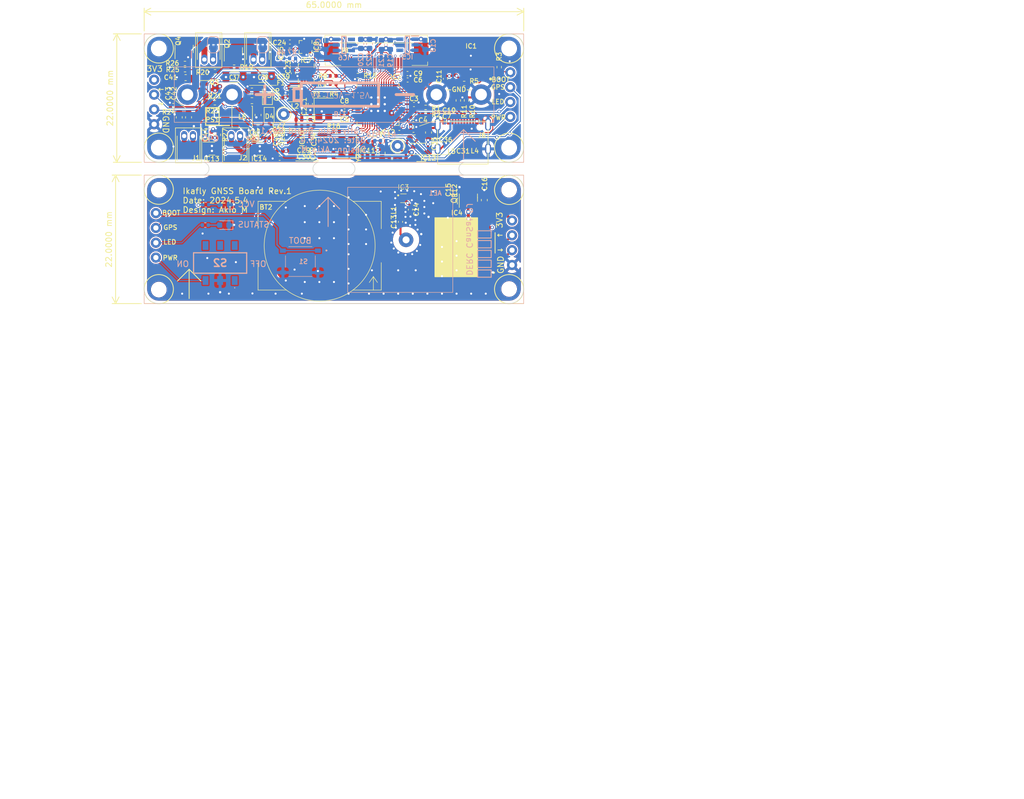
<source format=kicad_pcb>
(kicad_pcb (version 20240108) (generator "pcbnew") (generator_version "8.0")
  (layers (0 "F.Cu" signal) (1 "In1.Cu" signal) (2 "In2.Cu" signal) (31 "B.Cu" signal) (34 "B.Paste" user) (35 "F.Paste" user) (36 "B.SilkS" user "B.Silkscreen") (37 "F.SilkS" user "F.Silkscreen") (38 "B.Mask" user) (39 "F.Mask" user) (44 "Edge.Cuts" user))
  (net 0 "")
  (net 1 "Net-(AE1-A)")
  (net 2 "/Ikafly_Camera/1V2")
  (net 3 "GND")
  (net 4 "Net-(AE2-A)")
  (net 5 "/Ikafly_Camera/2V8")
  (net 6 "Net-(AE3-A)")
  (net 7 "/Ikafly_MCU/QSPI_SS")
  (net 8 "/Ikafly_MCU/QSPI_SD1")
  (net 9 "/Ikafly_MCU/QSPI_SD2")
  (net 10 "/Ikafly_MCU/QSPI_SD0")
  (net 11 "/Ikafly_MCU/QSPI_SCLK")
  (net 12 "/Ikafly_MCU/QSPI_SD3")
  (net 13 "/3V3")
  (net 14 "/Ikafly_GNSS/MISO")
  (net 15 "/Ikafly_GNSS/MOSI")
  (net 16 "/Ikafly_GNSS/1PPS")
  (net 17 "/Ikafly_MCU/1V1")
  (net 18 "/Ikafly_MCU/RF_TX")
  (net 19 "Net-(C13-Pad2)")
  (net 20 "/Ikafly_MCU/USB_BD_N")
  (net 21 "/Ikafly_MCU/USB_BD_P")
  (net 22 "/Ikafly_Power/VBUS_IN")
  (net 23 "/Ikafly_GNSS/3V3_GNSS")
  (net 24 "Net-(IC8-C1)")
  (net 25 "/Ikafly_Camera/SDA")
  (net 26 "/Ikafly_Camera/SCL")
  (net 27 "/Ikafly_Camera/PCLK")
  (net 28 "/Ikafly_Camera/HREF")
  (net 29 "/Ikafly_Camera/VSYNC")
  (net 30 "Net-(IC10-ANT)")
  (net 31 "/Ikafly_Camera/EXCLK")
  (net 32 "/Ikafly_Camera/D2")
  (net 33 "/Ikafly_Camera/D3")
  (net 34 "/Ikafly_Camera/D4")
  (net 35 "/Ikafly_Camera/D5")
  (net 36 "/Ikafly_Camera/D6")
  (net 37 "/Ikafly_Camera/D7")
  (net 38 "/Ikafly_Camera/D8")
  (net 39 "/Ikafly_Camera/D9")
  (net 40 "Net-(D1-A)")
  (net 42 "/Ikafly_GNSS/GNSS_PWR")
  (net 43 "/Ikafly_MCU/HEAT1")
  (net 44 "/Ikafly_MCU/HEAT2")
  (net 45 "/Ikafly_MCU/M1.PWMA")
  (net 46 "/Ikafly_MCU/M1.PWMB")
  (net 47 "/Ikafly_MCU/M2.PWMA")
  (net 48 "/Ikafly_MCU/M2.PWMB")
  (net 49 "/VBAT")
  (net 50 "/Ikafly_Motor1/OUT1")
  (net 51 "/Ikafly_Motor1/OUT2")
  (net 52 "/Ikafly_Motor2/OUT1")
  (net 53 "/Ikafly_Motor2/OUT2")
  (net 54 "/Ikafly_MCU/RF_RX")
  (net 56 "Net-(IC10-CTH)")
  (net 57 "/Ikafly_Nichrome1/OUT1")
  (net 58 "/Ikafly_MCU/USB.D_N")
  (net 59 "/Ikafly_MCU/USB.D_P")
  (net 60 "Net-(PS1-LX)")
  (net 61 "/Ikafly_Nichrome2/OUT1")
  (net 62 "Net-(PS1-EN)")
  (net 63 "Net-(PS1-FB)")
  (net 65 "/Ikafly_Power/Ikafly_Power_DCDC_Logic/VIN")
  (net 66 "/Ikafly_Power/Ikafly_Power_DCDC_Logic/VOUT")
  (net 67 "Net-(Q2-G)")
  (net 68 "Net-(Q4-G)")
  (net 69 "Net-(C31-Pad1)")
  (net 70 "Net-(IC10-RefOsc)")
  (net 71 "Net-(D4-A)")
  (net 72 "/Ikafly_GNSS/LED")
  (net 73 "/POWER")
  (net 74 "/Ikafly_GNSS/BOOT")
  (net 75 "Net-(D2-A)")
  (net 76 "Net-(IC3-RFOUT)")
  (net 77 "Net-(IC3-RFIN)")
  (net 79 "Net-(BT2-+)")
  (net 80 "Net-(C1-Pad2)")
  (net 81 "Net-(IC2-XOUT)")
  (net 84 "Net-(IC11-PAOUT)")
  (net 85 "Net-(IC11-XOUT)")
  (net 86 "Net-(IC2-XIN)")
  (net 89 "Net-(IC2-GPIO26_ADC0)")
  (net 109 "Net-(IC13-~{SLEEP})")
  (net 110 "Net-(IC14-~{SLEEP})")
  (net 111 "Net-(J6-B5_CC2)")
  (net 112 "Net-(J6-A5_CC1)")
  (net 113 "Net-(IC11-DIN)")
  (net 114 "Net-(IC11-XIN)")
  (net 117 "Net-(J8-PWDN)")
  (net 126 "/Ikafly_Nichrome1/OUT2")
  (net 127 "/Ikafly_Nichrome2/OUT2")
  (footprint "Capacitor_SMD:C_0603_1608Metric" (layer "F.Cu") (at 149.45 53.3 180)
    (property "Reference" "C39")
    (property "Value" "22u")
  )
  (footprint "Resistor_SMD:R_0402_1005Metric" (layer "F.Cu") (at 186.2 54.9 90)
    (property "Reference" "R10")
    (property "Value" "5.1k")
  )
  (footprint "Capacitor_SMD:C_0402_1005Metric" (layer "F.Cu") (at 177.1 58.9)
    (property "Reference" "C10")
    (property "Value" "100n")
  )
  (footprint "Ikafly_lib:FC05-SXXDCU-00" (layer "F.Cu") (at 170.75 48.5)
    (property "Reference" "J8")
    (property "Value" "OV2640_FPC_P0.5_24P")
  )
  (footprint "Capacitor_SMD:C_0603_1608Metric" (layer "F.Cu") (at 150.5 57.4 -90)
    (property "Reference" "C40")
    (property "Value" "22u")
  )
  (footprint "Capacitor_SMD:C_0402_1005Metric" (layer "F.Cu") (at 163.41 62.08 -90)
    (property "Reference" "C34")
    (property "Value" "20p")
  )
  (footprint "Capacitor_SMD:C_0402_1005Metric" (layer "F.Cu") (at 154.65 54 90)
    (property "Reference" "C26")
    (property "Value" "100n")
  )
  (footprint "Inductor_SMD:L_0402_1005Metric" (layer "F.Cu") (at 175.36 64.68 180)
    (property "Reference" "L4")
    (property "Value" "33nH")
  )
  (footprint "Capacitor_SMD:C_0402_1005Metric" (layer "F.Cu") (at 155.9 46.3 180)
    (property "Reference" "C25")
    (property "Value" "100n")
  )
  (footprint "Resistor_SMD:R_0402_1005Metric" (layer "F.Cu") (at 163.35 52.1)
    (property "Reference" "R9")
    (property "Value" "2.2k")
  )
  (footprint "Capacitor_SMD:C_0402_1005Metric" (layer "F.Cu") (at 156.55 50.25 90)
    (property "Reference" "C23")
    (property "Value" "100n")
  )
  (footprint "Capacitor_SMD:C_0402_1005Metric" (layer "F.Cu") (at 157.5 58.2)
    (property "Reference" "C27")
    (property "Value" "6.8p")
  )
  (footprint "Resistor_SMD:R_0402_1005Metric" (layer "F.Cu") (at 161.8 53.85)
    (property "Reference" "R4")
    (property "Value" "1k")
  )
  (footprint "Package_SO:SOP-8_3.9x4.9mm_P1.27mm" (layer "F.Cu") (at 158.9 62.695)
    (property "Reference" "IC10")
    (property "Value" "WF490RE")
  )
  (footprint "Capacitor_SMD:C_0402_1005Metric" (layer "F.Cu") (at 177.2 55.6)
    (property "Reference" "C3")
    (property "Value" "1u")
  )
  (footprint "SamacSys_Parts:SOP65P490X110-8N" (layer "F.Cu") (at 142.675 57.65 180)
    (property "Reference" "PS1")
    (property "Value" "PAM2401SCADJ" (hide yes))
  )
  (footprint "Ikafly_lib:JST_ZH_2_Side" (layer "F.Cu") (at 148.9175 61 180)
    (property "Reference" "J2")
    (property "Value" "Motor_Conn")
  )
  (footprint "Capacitor_SMD:C_0603_1608Metric" (layer "F.Cu") (at 177.3 61.3)
    (property "Reference" "C36")
    (property "Value" "10u")
  )
  (footprint "Capacitor_SMD:C_0603_1608Metric" (layer "F.Cu") (at 138.1 51 180)
    (property "Reference" "C41")
    (property "Value" "22u")
  )
  (footprint "Resistor_SMD:R_0402_1005Metric" (layer "F.Cu") (at 185.8 52)
    (property "Reference" "R5")
    (property "Value" "10k")
  )
  (footprint "Inductor_SMD:L_0402_1005Metric" (layer "F.Cu") (at 174.9 73.735 90)
    (property "Reference" "L1")
    (property "Value" "6.8nH")
  )
  (footprint "Resistor_SMD:R_0402_1005Metric" (layer "F.Cu") (at 150.5 59.4 180)
    (property "Reference" "R22")
    (property "Value" "10k")
  )
  (footprint "Capacitor_SMD:C_0402_1005Metric" (layer "F.Cu") (at 155.95 44.9)
    (property "Reference" "C24")
    (property "Value" "100n")
  )
  (footprint "Capacitor_SMD:C_1206_3216Metric" (layer "F.Cu") (at 146.475 50.9 180)
    (property "Reference" "C37")
    (property "Value" "100u")
  )
  (footprint "Capacitor_SMD:C_0402_1005Metric" (layer "F.Cu") (at 174.9 75.7 90)
    (property "Reference" "C13")
    (property "Value" "470p")
  )
  (footprint "MountingHole:MountingHole_2.2mm_M2" (layer "F.Cu") (at 193.5 46)
    (property "Reference" "H3" (hide yes))
    (property "Value" "MountingHole")
  )
  (footprint "Capacitor_SMD:C_0402_1005Metric" (layer "F.Cu") (at 165.32 56 180)
    (property "Reference" "C8")
    (property "Value" "100n")
  )
  (footprint "Ikafly_lib:Goertek_SPL06-001" (layer "F.Cu") (at 155.695 52.639057 -90)
    (property "Reference" "IC9" (hide yes))
    (property "Value" "SPL06-001")
  )
  (footprint "Capacitor_SMD:C_0402_1005Metric" (layer "F.Cu") (at 174.7 60.4 180)
    (property "Reference" "C12")
    (property "Value" "100n")
  )
  (footprint "Capacitor_SMD:C_0402_1005Metric" (layer "F.Cu") (at 176.12 51.4)
    (property "Reference" "C6")
    (property "Value" "1u")
  )
  (footprint "Capacitor_SMD:C_0402_1005Metric" (layer "F.Cu") (at 142.5 60.8 90)
    (property "Reference" "C44")
    (property "Value" "100n")
  )
  (footprint "Capacitor_SMD:C_0402_1005Metric" (layer "F.Cu") (at 154.2 63.6 180)
    (property "Reference" "C29")
    (property "Value" "100n")
  )
  (footprint "Capacitor_SMD:C_0402_1005Metric" (layer "F.Cu") (at 182.6 51.2 -90)
    (property "Reference" "C11")
    (property "Value" "100n")
  )
  (footprint "Resistor_SMD:R_0402_1005Metric" (layer "F.Cu") (at 141.01 55.3 180)
    (property "Reference" "R23")
    (property "Value" "680k")
  )
  (footprint "Capacitor_SMD:C_1206_3216Metric" (layer "F.Cu") (at 151.325 50.9 180)
    (property "Reference" "C38")
    (property "Value" "100u")
  )
  (footprint "Capacitor_SMD:C_0402_1005Metric" (layer "F.Cu") (at 171.92 61.85)
    (property "Reference" "C33")
    (property "Value" "2.2u")
  )
  (footprint "MountingHole:MountingHole_2.2mm_M2" (layer "F.Cu") (at 133.5 70.2)
    (property "Reference" "H5" (hide yes))
    (property "Value" "MountingHole")
  )
  (footprint "Package_TO_SOT_SMD:SOT-23" (layer "F.Cu") (at 142.2 53.05)
    (property "Reference" "Q3")
    (property "Value" "CJ2301-ES")
  )
  (footprint "Resistor_SMD:R_0402_1005Metric" (layer "F.Cu") (at 167.6 50.65)
    (property "Reference" "R15")
    (property "Value" "10k")
  )
  (footprint "MountingHole:MountingHole_2.2mm_M2" (layer "F.Cu") (at 193.5 63)
    (property "Reference" "H4" (hide yes))
    (property "Value" "MountingHole")
  )
  (footprint "MountingHole:MountingHole_2.2mm_M2" (layer "F.Cu") (at 133.5 63)
    (property "Reference" "H2" (hide yes))
    (property "Value" "MountingHole")
  )
  (footprint "Resistor_SMD:R_0402_1005Metric" (layer "F.Cu") (at 179.2 56.1 180)
    (property "Reference" "R1")
    (property "Value" "27")
  )
  (footprint "Capacitor_SMD:C_0402_1005Metric" (layer "F.Cu") (at 177.12 60)
    (property "Reference" "C7")
    (property "Value" "100n")
  )
  (footprint "Package_TO_SOT_SMD:SOT-23" (layer "F.Cu") (at 146.27 46.4975 90)
    (property "Reference" "Q2")
    (property "Value" "Q_NMOS_GSD")
  )
  (footprint "Package_DFN_QFN:QFN-56-1EP_7x7mm_P0.4mm_EP3.2x3.2mm" (layer "F.Cu") (at 171.05 55.5625 -90)
    (property "Reference" "IC2")
    (property "Value" "RP2040")
  )
  (footprint "Resistor_SMD:R_0402_1005Metric" (layer "F.Cu") (at 143.1 55.3)
    (property "Reference" "R21")
    (property "Value" "100k")
  )
  (footprint "Package_TO_SOT_SMD:SOT-23-3" (layer "F.Cu") (at 178.4625 63.8)
    (property "Reference" "IC12")
    (property "Value" "XC6206P182MR")
  )
  (footprint "Capacitor_SMD:C_0402_1005Metric" (layer "F.Cu") (at 157.5 59.35)
    (property "Reference" "C28")
    (property "Value" "1.5p")
  )
  (footprint "Capacitor_SMD:C_0402_1005Metric" (layer "F.Cu") (at 151.3 60.82 90)
    (property "Reference" "C46")
    (property "Value" "100n")
  )
  (footprint "Resistor_SMD:R_0402_1005Metric" (layer "F.Cu") (at 179.2 57.3 180)
    (property "Reference" "R2")
    (property "Value" "27")
  )
  (footprint "Resistor_SMD:R_0402_1005Metric" (layer "F.Cu") (at 184.25 72.5 -90)
    (property "Reference" "R12")
    (property "Value" "100k")
  )
  (footprint "Connector_Pin:Pin_D1.0mm_L10.0mm" (layer "F.Cu") (at 174.4 62.7 90)
    (property "Reference" "AE3" (hide yes))
    (property "Value" "ANT_315MHz")
  )
  (footprint "Connector_Pin:Pin_D1.0mm_L10.0mm" (layer "F.Cu") (at 154.9 57.25)
    (property "Reference" "AE2" (hide yes))
    (property "Value" "ANT_315MHz")
  )
  (footprint "Package_TO_SOT_SMD:SOT-23-6" (layer "F.Cu") (at 169.25 63.4625 90)
    (property "Reference" "IC11")
    (property "Value" "WF4455TD")
  )
  (footprint "Capacitor_SMD:C_0402_1005Metric" (layer "F.Cu") (at 184.25 70.23 90)
    (property "Reference" "C15")
    (property "Value" "100n")
  )
  (footprint "Resistor_SMD:R_0402_1005Metric" (layer "F.Cu") (at 146.4 49.2 180)
    (property "Reference" "R19")
    (property "Value" "1k")
  )
  (footprint "Ikafly_lib:MY-2032-08-J-Fe" (layer "F.Cu") (at 161.05 79.78)
    (property "Reference" "BT2")
    (property "Value" "CR2032")
  )
  (footprint "Capacitor_SMD:C_0402_1005Metric" (layer "F.Cu") (at 163.41 64.2 90)
    (property "Reference" "C32")
    (property "Value" "20p")
  )
  (footprint "Crystal:Crystal_SMD_3225-4Pin_3.2x2.5mm" (layer "F.Cu") (at 161.75 56.5 -90)
    (property "Reference" "Y1")
    (property "Value" "Crystal_12MHz")
  )
  (footprint "Package_TO_SOT_SMD:SOT-23" (layer "F.Cu") (at 186.52 71.5625 90)
    (property "Reference" "Q1")
    (property "Value" "CJ2301-ES")
  )
  (footprint "Resistor_SMD:R_0402_1005Metric" (layer "F.Cu") (at 152.4 60.8 90)
    (property "Reference" "R28")
    (property "Value" "10k")
  )
  (footprint "MountingHole:MountingHole_2.2mm_M2" (layer "F.Cu") (at 193.5 87.2)
    (property "Reference" "H7" (hide yes))
    (property "Value" "MountingHole")
  )
  (footprint "Resistor_SMD:R_0402_1005Metric" (layer "F.Cu") (at 191.8 49.2 90)
    (property "Reference" "R3")
    (property "Value" "1k")
  )
  (footprint "Capacitor_SMD:C_0402_1005Metric" (layer "F.Cu") (at 165.3 57.1 180)
    (property "Reference" "C5")
    (property "Value" "100n")
  )
  (footprint "Fuse:Fuse_0603_1608Metric" (layer "F.Cu") (at 149.45 54.95)
    (property "Reference" "F1")
    (property "Value" "Polyfuse")
  )
  (footprint "Resistor_SMD:R_0402_1005Metric" (layer "F.Cu") (at 163.35 50.7)
    (property "Reference" "R8")
    (property "Value" "2.2k")
  )
  (footprint "Resistor_SMD:R_0402_1005Metric" (layer "F.Cu") (at 184.8 54.9 90)
    (property "Reference" "R11")
    (property "Value" "5.1k")
  )
  (footprint "Package_SON:WSON-8-1EP_2x2mm_P0.5mm_EP0.9x1.6mm" (layer "F.Cu") (at 150.8 63.17)
    (property "Reference" "IC14")
    (property "Value" "DRV8837")
  )
  (footprint "Capacitor_SMD:C_0402_1005Metric" (layer "F.Cu") (at 173.45 64.6625 180)
    (property "Reference" "C31")
    (property "Value" "20p")
  )
  (footprint "Capacitor_SMD:C_0603_1608Metric" (layer "F.Cu") (at 138.6 57.8 90)
    (property "Reference" "C42")
    (property "Value" "22u")
  )
  (footprint "Crystal:Crystal_SMD_3225-4Pin_3.2x2.5mm" (layer "F.Cu") (at 165.71 62.8 90)
    (property "Reference" "Y2")
    (property "Value" "9.844MHz")
  )
  (footprint "Inductor_SMD:L_0402_1005Metric" (layer "F.Cu") (at 159.55 59.35)
    (property "Reference" "L3")
    (property "Value" "68nH")
  )
  (footprint "Ikafly_lib:JST_ZH_2_Side" (layer "F.Cu") (at 140.8475 61 180)
    (property "Reference" "J1")
    (property "Value" "Motor_Conn")
  )
  (footprint "Ikafly_lib:AT2659" (layer "F.Cu") (at 175.42 71.6625 -90)
    (property "Reference" "IC3")
    (property "Value" "AT2659")
  )
  (footprint "Capacitor_SMD:C_0402_1005Metric" (layer "F.Cu") (at 177.12 57.8)
    (property "Reference" "C4")
    (property "Value" "100n")
  )
  (footprint "Package_LGA:LGA-12_2x2mm_P0.5mm" (layer "F.Cu") (at 158.6375 45.75 -90)
    (property "Reference" "IC8")
    (property "Value" "LIS3MDLTR")
  )
  (footprint "SamacSys_Parts:SON127P600X500X80-9N-D" (layer "F.Cu") (at 186.95 48.595 180)
    (property "Reference" "IC1")
    (property "Value" "W25Q32JVZPIQ" (hide yes))
  )
  (footprint "Capacitor_SMD:C_0402_1005Metric" (layer "F.Cu") (at 154.2 64.8 180)
    (property "Reference" "C30")
    (property "Value" "0.47u")
  )
  (footprint "Capacitor_SMD:C_0603_1608Metric" (layer "F.Cu") (at 189.25 71.975 90)
    (property "Reference" "C16")
    (property "Value" "10u")
  )
  (footprint "Ikafly_lib:JST_ZH_2_Side" (layer "F.Cu") (at 148.2125 47.9)
    (property "Reference" "J4" (hide yes))
    (property "Value" "Nichrome_Conn")
  )
  (footprint "Resistor_SMD:R_0402_1005Metric" (layer "F.Cu") (at 137.99 49.63 180)
    (property "Reference" "R25")
    (property "Value" "1k")
  )
  (footprint "Package_SON:WSON-8-1EP_2x2mm_P0.5mm_EP0.9x1.6mm" (layer "F.Cu") (at 142.6 63.15)
    (property "Reference" "IC13")
    (property "Value" "DRV8837")
  )
  (footprint "Resistor_SMD:R_0402_1005Metric" (layer "F.Cu") (at 137.98 48.57)
    (property "Reference" "R26")
    (property "Value" "10k")
  )
  (footprint "Ikafly_lib:GPS2MCU_Conn" (layer "F.Cu") (at 163.45 54.6)
    (property "Reference" "J5" (hide yes))
    (property "Value" "GPS2MCU")
  )
  (footprint "Inductor_SMD:L_0402_1005Metric" (layer "F.Cu") (at 157.5 57.05)
    (property "Reference" "L2")
    (property "Value" "39nH")
  )
  (footprint "Resistor_SMD:R_0402_1005Metric" (layer "F.Cu") (at 143.7 60.8 90)
    (property "Reference" "R27")
    (property "Value" "10k")
  )
  (footprint "Ikafly_lib:USB_type_C" (layer "F.Cu") (at 181.26 58.47)
    (property "Reference" "J6")
    (property "Value" "USB_type_C")
  )
  (footprint "MountingHole:MountingHole_2.2mm_M2" (layer "F.Cu") (at 133.5 46)
    (property "Reference" "H1" (hide yes))
    (property "Value" "MountingHole")
  )
  (footprint "Ikafly_lib:JST_ZH_2_Side" (layer "F.Cu") (at 139.8 47.9)
    (property "Reference" "J3" (hide yes))
    (property "Value" "Nichrome_Conn")
  )
  (footprint "Capacitor_SMD:C_0402_1005Metric" (layer "F.Cu") (at 159.45 57.7 -90)
    (property "Reference" "C2")
    (property "Value" "20p")
  )
  (footprint "MountingHole:MountingHole_2.2mm_M2" (layer "F.Cu") (at 193.5 70.2)
    (property "Reference" "H8" (hide yes))
    (property "Value" "MountingHole")
  )
  (footprint "Inductor_SMD:L_Sunlord_SWPA3015S" (layer "F.Cu") (at 147.775 57.65 -90)
    (property "Reference" "L6")
    (property "Value" "1.5uH")
  )
  (footprint "Resistor_SMD:R_0402_1005Metric" (layer "F.Cu") (at 136 55.8 180)
    (property "Reference" "R24")
    (property "Value" "150k")
  )
  (footprint "Package_TO_SOT_SMD:SOT-23" (layer "F.Cu") (at 137.84 46.0825 90)
    (property "Reference" "Q4")
    (property "Value" "Q_NMOS_GSD")
  )
  (footprint "SamacSys_Parts:ATGM336H5N31" (layer "F.Cu") (at 184.55 80)
    (property "Reference" "IC4")
    (property "Value" "ATGM336H-5N31" (hide yes))
  )
  (footprint "MountingHole:MountingHole_2.2mm_M2" (layer "F.Cu") (at 133.5 87.3)
    (property "Reference" "H6" (hide yes))
    (property "Value" "MountingHole")
  )
  (footprint "Capacitor_SMD:C_0402_1005Metric" (layer "F.Cu") (at 159.45 55.5 90)
    (property "Reference" "C1")
    (property "Value" "20p")
  )
  (footprint "Diode_SMD:D_SOD-323" (layer "F.Cu") (at 152.1 54 90)
    (property "Reference" "D3")
    (property "Value" "CUS10S30")
  )
  (footprint "Resistor_SMD:R_0402_1005Metric" (layer "F.Cu") (at 163.91 60.2)
    (property "Reference" "R16")
    (property "Value" "1k")
  )
  (footprint "Inductor_SMD:L_0603_1608Metric" (layer "F.Cu") (at 171.75 63.9 -90)
    (property "Reference" "L5")
    (property "Value" "3.3uH")
  )
  (footprint "Package_LGA:LGA-14_3x2.5mm_P0.5mm_LayoutBorder3x4y" (layer "F.Cu") (at 158.75 50.25 -90)
    (property "Reference" "IC7")
    (property "Value" "LSM6DS3TR-C")
  )
  (footprint "Diode_SMD:D_SOD-323" (layer "F.Cu") (at 152.4 57.7 -90)
    (property "Reference" "D4")
    (property "Value" "CUS10S30")
  )
  (footprint "Capacitor_SMD:C_0603_1608Metric" (layer "F.Cu") (at 137 57.8 90)
    (property "Reference" "C43")
    (property "Value" "22u")
  )
  (footprint "Capacitor_SMD:C_0603_1608Metric" (layer "F.Cu") (at 179.7 60.4 90)
    (property "Reference" "C35")
    (property "Value" "10u")
  )
  (footprint "Capacitor_SMD:C_0402_1005Metric" (layer "F.Cu") (at 176.6 73.6 -90)
    (property "Reference" "C14")
    (property "Value" "100n")
  )
  (footprint "Capacitor_SMD:C_0402_1005Metric" (layer "F.Cu") (at 176.1 50.3)
    (property "Reference" "C9")
    (property "Value" "100n")
  )
  (footprint "Resistor_SMD:R_0402_1005Metric" (layer "F.Cu") (at 143.13 50 180)
    (property "Reference" "R20")
    (property "Value" "10k")
  )
  (footprint "SamacSys_Parts:TS1187ABAB" (layer "B.Cu") (at 157.75 82.5 180)
    (property "Reference" "S1")
    (property "Value" "TS-1187A-B-A-B" (hide yes))
  )
  (footprint "Ikafly_lib:BWGNSCNX18-18W2" (layer "B.Cu") (at 174.85 78.78 180)
    (property "Reference" "AE1")
    (property "Value" "ANT_GNSS")
  )
  (footprint "Resistor_SMD:R_0402_1005Metric" (layer "B.Cu") (at 141.5375 72.75)
    (property "Reference" "R14" (hide yes))
    (property "Value" "10k")
  )
  (footprint "Capacitor_SMD:C_0603_1608Metric" (layer "B.Cu") (at 173.14 45.4 -90)
    (property "Reference" "C19")
    (property "Value" "10u")
  )
  (footprint "Resistor_SMD:R_0402_1005Metric" (layer "B.Cu") (at 141.4625 76.25)
    (property "Reference" "R13" (hide yes))
    (property "Value" "10k")
  )
  (footprint "Capacitor_SMD:C_0603_1608Metric" (layer "B.Cu") (at 162.1 45.42 -90)
    (property "Reference" "C17")
    (property "Value" "10u")
  )
  (footprint "SamacSys_Parts:SOT95P282X145-5N" (layer "B.Cu") (at 176.09 45.365 180)
    (property "Reference" "IC5")
    (property "Value" "ME6211C28M5G-N " (hide yes))
  )
  (footprint "Resistor_SMD:R_0402_1005Metric" (layer "B.Cu") (at 154.4 47.7)
    (property "Reference" "R6")
    (property "Value" "1k")
  )
  (footprint "SamacSys_Parts:MST22D18G2125" (layer "B.Cu") (at 144 82.75 180)
    (property "Reference" "S2")
    (property "Value" "MST22D18G2_125" (hide yes))
  )
  (footprint "Capacitor_SMD:C_0402_1005Metric" (layer "B.Cu") (at 142.2 60.1)
    (property "Reference" "C45")
    (property "Value" "100n")
  )
  (footprint "Resistor_SMD:R_0402_1005Metric" (layer "B.Cu") (at 156.41 47.7)
    (property "Reference" "R7")
    (property "Value" "DNF")
  )
  (footprint "Resistor_SMD:R_0402_1005Metric" (layer "B.Cu") (at 169.99 61.8 180)
    (property "Reference" "R18")
    (property "Value" "10k")
  )
  (footprint "Capacitor_SMD:C_0603_1608Metric" (layer "B.Cu") (at 179.1 45.4 -90)
    (property "Reference" "C18")
    (property "Value" "10u")
  )
  (footprint "Capacitor_SMD:C_0603_1608Metric" (layer "B.Cu") (at 171.64 45.4 -90)
    (property "Reference" "C21")
    (property "Value" "10u")
  )
  (footprint "Capacitor_SMD:C_0603_1608Metric" (layer "B.Cu") (at 169.6 45.225 90)
    (property "Reference" "C22")
    (property "Value" "10u")
  )
  (footprint "LED_SMD:LED_0603_1608Metric" (layer "B.Cu") (at 144.7125 76.25 180)
    (property "Reference" "D1" (hide yes))
    (property "Value" "LED")
  )
  (footprint "LED_SMD:LED_0603_1608Metric" (layer "B.Cu") (at 144.7875 72.75 180)
    (property "Reference" "D2" (hide yes))
    (property "Value" "LED")
  )
  (footprint "Capacitor_SMD:C_0402_1005Metric" (layer "B.Cu") (at 149.6 60.4)
    (property "Reference" "C47")
    (property "Value" "100n")
  )
  (footprint "Ikafly_lib:Conn_MY-AA" (layer "B.Cu") (at 138.4 53.9)
    (property "Reference" "BT1")
    (property "Value" "AA_Cell")
  )
  (footprint "SamacSys_Parts:SOT95P282X145-5N" (layer "B.Cu") (at 165.2 45.4)
    (property "Reference" "IC6")
    (property "Value" "ME6211C12M5G-N " (hide yes))
  )
  (footprint "Jumper:SolderJumper-2_P1.3mm_Bridged2Bar_RoundedPad1.0x1.5mm" (layer "B.Cu") (at 151.3 45.35 -90)
    (property "Reference" "JP1" (hide yes))
    (property "Value" "Jumper_2_Bridged")
  )
  (footprint "Resistor_SMD:R_0402_1005Metric" (layer "B.Cu") (at 171.99 61.8)
    (property "Reference" "R17")
    (property "Value" "100k")
  )
  (footprint "Ikafly_lib:GPS2MCU_Conn" (layer "B.Cu") (at 163.25 78.705 180)
    (property "Reference" "J7" (hide yes))
    (property "Value" "GPS2MCU")
  )
  (footprint "Jumper:SolderJumper-2_P1.3mm_Bridged2Bar_RoundedPad1.0x1.5mm" (layer "B.Cu") (at 142.85 45.35 -90)
    (property "Reference" "JP2" (hide yes))
    (property "Value" "Jumper_2_Bridged")
  )
  (footprint "Capacitor_SMD:C_0603_1608Metric" (layer "B.Cu") (at 168.1 45.225 90)
    (property "Reference" "C20")
    (property "Value" "10u")
  )
  (gr_line (start 162.5 71.5) (end 160.5 73.5) (stroke (width 0.15)) (layer "B.SilkS"))
  (gr_line (start 162.5 71.5) (end 162.5 76.5) (stroke (width 0.15)) (layer "B.SilkS"))
  (gr_line (start 185.7 59.9) (end 185.7 64.9) (stroke (width 0.15)) (layer "B.SilkS"))
  (gr_rect (start 131 67.7) (end 196 89.7) (stroke (width 0.1)) (fill none) (layer "B.SilkS"))
  (gr_rect (start 131 43.5) (end 196 65.5) (stroke (width 0.1)) (fill none) (layer "B.SilkS"))
  (gr_line (start 185.7 59.9) (end 187.7 61.9) (stroke (width 0.15)) (layer "B.SilkS"))
  (gr_line (start 185.7 59.9) (end 183.7 61.9) (stroke (width 0.15)) (layer "B.SilkS"))
  (gr_line (start 162.5 71.5) (end 164.5 73.5) (stroke (width 0.15)) (layer "B.SilkS"))
  (gr_circle (center 193.5 63) (end 196 63) (stroke (width 0.15)) (fill none) (layer "F.SilkS"))
  (gr_circle (center 193.5 70.229999) (end 196 70.229999) (stroke (width 0.15)) (fill none) (layer "F.SilkS"))
  (gr_line (start 191.1 77.55) (end 191.1 81.05) (stroke (width 0.15)) (layer "F.SilkS"))
  (gr_line (start 138.7 83.829999) (end 136.7 85.829999) (stroke (width 0.15)) (layer "F.SilkS"))
  (gr_rect (start 131 43.5) (end 196 65.5) (stroke (width 0.1)) (fill none) (layer "F.SilkS"))
  (gr_circle (center 133.5 46) (end 136 46) (stroke (width 0.15)) (fill none) (layer "F.SilkS"))
  (gr_line (start 176.11 64.19) (end 183.43 64.19) (stroke (width 0.1)) (layer "F.SilkS"))
  (gr_line (start 156.66 59.72) (end 155.2 59.85) (stroke (width 0.1)) (layer "F.SilkS"))
  (gr_circle (center 133.5 70.2) (end 136 70.2) (stroke (width 0.15)) (fill none) (layer "F.SilkS"))
  (gr_rect (start 180.8 75) (end 188.1 85.1) (stroke (width 0.15)) (fill solid) (layer "F.SilkS"))
  (gr_line (start 178.16 59.28) (end 182.09 57.92) (stroke (width 0.1)) (layer "F.SilkS"))
  (gr_line (start 153.67 52.31) (end 148.99 52.31) (stroke (width 0.1)) (layer "F.SilkS"))
  (gr_line (start 136.3 54.9) (end 138.1 56.2) (stroke (width 0.1)) (layer "F.SilkS"))
  (gr_circle (center 193.5 87.229999) (end 196 87.229999) (stroke (width 0.15)) (fill none) (layer "F.SilkS"))
  (gr_rect (start 131 67.7) (end 196 89.7) (stroke (width 0.1)) (fill none) (layer "F.SilkS"))
  (gr_line (start 138.7 83.829999) (end 140.7 85.829999) (stroke (width 0.15)) (layer "F.SilkS"))
  (gr_circle (center 193.5 46) (end 196 46) (stroke (width 0.15)) (fill none) (layer "F.SilkS"))
  (gr_line (start 138.7 83.829999) (end 138.7 88.829999) (stroke (width 0.15)) (layer "F.SilkS"))
  (gr_circle (center 133.5 87.229999) (end 136 87.229999) (stroke (width 0.15)) (fill none) (layer "F.SilkS"))
  (gr_circle (center 133.5 63) (end 136 63) (stroke (width 0.15)) (fill none) (layer "F.SilkS"))
  (gr_arc (start 133.5 65.5) (mid 131.732233 64.767767) (end 131 63) (stroke (width 0.1)) (layer "Edge.Cuts"))
  (gr_arc (start 186 67.7) (mid 184.9 66.6) (end 186 65.5) (stroke (width 0.1)) (layer "Edge.Cuts"))
  (gr_line (start 196 87.2) (end 196 70.2) (stroke (width 0.1)) (layer "Edge.Cuts"))
  (gr_line (start 133.5 89.7) (end 136.4 89.700001) (stroke (width 0.1)) (layer "Edge.Cuts"))
  (gr_arc (start 161 67.7) (mid 159.9 66.6) (end 161 65.5) (stroke (width 0.1)) (layer "Edge.Cuts"))
  (gr_line (start 166 67.7) (end 161 67.7) (stroke (width 0.1)) (layer "Edge.Cuts"))
  (gr_line (start 133.5 67.7) (end 141 67.7) (stroke (width 0.1)) (layer "Edge.Cuts"))
  (gr_arc (start 131 70.2) (mid 131.732233 68.432233) (end 133.5 67.7) (stroke (width 0.1)) (layer "Edge.Cuts"))
  (gr_line (start 196 63) (end 196 46) (stroke (width 0.1)) (layer "Edge.Cuts"))
  (gr_line (start 133.5 43.5) (end 193.5 43.5) (stroke (width 0.1)) (layer "Edge.Cuts"))
  (gr_arc (start 196 63) (mid 195.267767 64.767767) (end 193.5 65.5) (stroke (width 0.1)) (layer "Edge.Cuts"))
  (gr_arc (start 193.5 43.5) (mid 195.267767 44.232233) (end 196 46) (stroke (width 0.1)) (layer "Edge.Cuts"))
  (gr_line (start 141 65.5) (end 133.5 65.5) (stroke (width 0.1)) (layer "Edge.Cuts"))
  (gr_line (start 186 67.7) (end 193.5 67.7) (stroke (width 0.1)) (layer "Edge.Cuts"))
  (gr_line (start 131 46) (end 131 63) (stroke (width 0.1)) (layer "Edge.Cuts"))
  (gr_arc (start 133.5 89.7) (mid 131.732233 88.967767) (end 131 87.2) (stroke (width 0.1)) (layer "Edge.Cuts"))
  (gr_arc (start 166 65.5) (mid 167.1 66.6) (end 166 67.7) (stroke (width 0.1)) (layer "Edge.Cuts"))
  (gr_arc (start 193.5 67.7) (mid 195.267767 68.432233) (end 196 70.2) (stroke (width 0.1)) (layer "Edge.Cuts"))
  (gr_arc (start 196 87.2) (mid 195.267767 88.967767) (end 193.5 89.7) (stroke (width 0.1)) (layer "Edge.Cuts"))
  (gr_arc (start 131 46) (mid 131.732233 44.232233) (end 133.5 43.5) (stroke (width 0.1)) (layer "Edge.Cuts"))
  (gr_arc (start 141 65.5) (mid 142.1 66.6) (end 141 67.7) (stroke (width 0.1)) (layer "Edge.Cuts"))
  (gr_line (start 131 87.2) (end 131 70.2) (stroke (width 0.1)) (layer "Edge.Cuts"))
  (gr_line (start 193.5 89.7) (end 136.4 89.700001) (stroke (width 0.1)) (layer "Edge.Cuts"))
  (gr_line (start 166 65.5) (end 161 65.5) (stroke (width 0.1)) (layer "Edge.Cuts"))
  (gr_line (start 186 65.5) (end 193.5 65.5) (stroke (width 0.1)) (layer "Edge.Cuts"))
  (gr_text "イカフライ" (at 188.2 85.4 270) (layer "B.SilkS") (effects (font (size 2 2)) (justify left bottom mirror)))
  (gr_text "VCC" (at 150 73.25 0) (layer "B.SilkS") (effects (font (size 1 1)) (justify left bottom mirror)))
  (gr_text "ON" (at 138.75 83.5 0) (layer "B.SilkS") (effects (font (size 1 1)) (justify left bottom mirror)))
  (gr_text "Ikafly Main Board Rev.1\nDate: 2024.5.4\nDesign: Akio M" (at 169.09 63.89 0) (layer "B.SilkS") (effects (font (size 1 1)) (justify left bottom mirror)))
  (gr_text "BOOT" (at 159.75 79.5 0) (layer "B.SilkS") (effects (font (size 1 1)) (justify left bottom mirror)))
  (gr_text "OFF" (at 152 83.5 0) (layer "B.SilkS") (effects (font (size 1 1)) (justify left bottom mirror)))
  (gr_text "DERC CanSat PJ" (at 186.1 85 -90) (layer "B.SilkS") (effects (font (size 1 1)) (justify left bottom mirror)))
  (gr_text "STATUS" (at 152.5 76.75 0) (layer "B.SilkS") (effects (font (size 1 1)) (justify left bottom mirror)))
  (gr_text "GND" (at 192.65 84.68 90) (layer "F.SilkS") (effects (font (size 1 1)) (justify left bottom)))
  (gr_text "PWR" (at 190.3 58.3 0) (layer "F.SilkS") (effects (font (size 0.8 0.8)) (justify left bottom)))
  (gr_text "Ikafly GNSS Board Rev.1\nDate: 2024.5.4\nDesign: Akio M" (at 137.5 74.229999 0) (layer "F.SilkS") (effects (font (size 1 1)) (justify left bottom)))
  (gr_text "→" (at 134.6 52.5 180) (layer "F.SilkS") (effects (font (size 1 1)) (justify left bottom)))
  (gr_text "3V3" (at 192.45 76.88 90) (layer "F.SilkS") (effects (font (size 1 1)) (justify left bottom)))
  (gr_text "BOOT" (at 134 74.629999 0) (layer "F.SilkS") (effects (font (size 0.8 0.8)) (justify left bottom)))
  (gr_text "→" (at 191.25 81.03 0) (layer "F.SilkS") (effects (font (size 1 1)) (justify left bottom)))
  (gr_text "LED" (at 134.2 79.629999 0) (layer "F.SilkS") (effects (font (size 0.8 0.8)) (justify left bottom)))
  (gr_text "GND" (at 134.1 57.4 270) (layer "F.SilkS") (effects (font (size 1 1)) (justify left bottom)))
  (gr_text "→" (at 192.65 77.48 180) (layer "F.SilkS") (effects (font (size 1 1)) (justify left bottom)))
  (gr_text "PWR" (at 134.1 82.329999 0) (layer "F.SilkS") (effects (font (size 0.8 0.8)) (justify left bottom)))
  (gr_text "BOOT" (at 190.4 51.8 0) (layer "F.SilkS") (effects (font (size 0.8 0.8)) (justify left bottom)))
  (gr_text "→" (at 133.1 56 0) (layer "F.SilkS") (effects (font (size 1 1)) (justify left bottom)))
  (gr_text "LED" (at 190.4 55.6 0) (layer "F.SilkS") (effects (font (size 0.8 0.8)) (justify left bottom)))
  (gr_text "3V3" (at 131.3 50.09 0) (layer "F.SilkS") (effects (font (size 1 1)) (justify left bottom)))
  (gr_text "-GND-" (at 182.6 53.5 0) (layer "F.SilkS") (effects (font (size 0.8 0.8)) (justify left bottom)))
  (gr_text "GPS" (at 190.3 53.1 0) (layer "F.SilkS") (effects (font (size 0.8 0.8)) (justify left bottom)))
  (gr_text "GPS" (at 134.2 77.129999 0) (layer "F.SilkS") (effects (font (size 0.8 0.8)) (justify left bottom)))
  (dimension (type aligned) (layer "F.SilkS") (pts (xy 131 43.5) (xy 131 65.5)) (height 4.7) (gr_text "22.0000 mm" (at 125.15 54.5 90) (layer "F.SilkS") (effects (font (size 1 1) (thickness 0.15)))) (format (prefix "") (suffix "") (units 3) (units_format 1) (precision 4)) (style (thickness 0.15) (arrow_length 1.27) (text_position_mode 0) (extension_height 0.58642) (extension_offset 0.5) keep_text_aligned))
  (dimension (type aligned) (layer "F.SilkS") (pts (xy 131 67.7) (xy 131 89.7)) (height 4.9) (gr_text "22.0000 mm" (at 124.95 78.7 90) (layer "F.SilkS") (effects (font (size 1 1) (thickness 0.15)))) (format (prefix "") (suffix "") (units 3) (units_format 1) (precision 4)) (style (thickness 0.15) (arrow_length 1.27) (text_position_mode 0) (extension_height 0.58642) (extension_offset 0.5) keep_text_aligned))
  (dimension (type aligned) (layer "F.SilkS") (pts (xy 196 43.5) (xy 131 43.5)) (height 3.8) (gr_text "65.0000 mm" (at 163.5 38.55 0) (layer "F.SilkS") (effects (font (size 1 1) (thickness 0.15)))) (format (prefix "") (suffix "") (units 3) (units_format 1) (precision 4)) (style (thickness 0.15) (arrow_length 1.27) (text_position_mode 0) (extension_height 0.58642) (extension_offset 0.5) keep_text_aligned))
  (segment (start 174.9 76.18) (end 174.9 77.83) (width 0.35) (layer "F.Cu") (net 1))
  (segment (start 174.9 77.83) (end 175.85 78.78) (width 0.35) (layer "F.Cu") (net 1))
  (segment (start 169.5 46.6) (end 168.9 46) (width 0.2) (layer "F.Cu") (net 2))
  (segment (start 169.5 48.5) (end 169.5 46.6) (width 0.2) (layer "F.Cu") (net 2))
  (via (at 168.9 46) (size 0.8) (drill 0.4) (layers "F.Cu" "B.Cu") (net 2))
  (segment (start 168.9 46) (end 166.85 46) (width 0.35) (layer "B.Cu") (net 2))
  (segment (start 166.85 46) (end 166.5 46.35) (width 0.35) (layer "B.Cu") (net 2))
  (segment (start 169.6 46) (end 168.9 46) (width 0.35) (layer "B.Cu") (net 2))
  (segment (start 163.41 63.72) (end 163.41 62.56) (width 0.3) (layer "F.Cu") (net 3))
  (segment (start 164.86 63.9) (end 164.86 63.8) (width 0.3) (layer "F.Cu") (net 3))
  (segment (start 147.22 47.435) (end 147.515 47.435) (width 1) (layer "F.Cu") (net 3))
  (segment (start 141.65 63.9) (end 141.65 64.45) (width 0.3) (layer "F.Cu") (net 3))
  (segment (start 182.38 58.45) (end 181.83 58.45) (width 0.35) (layer "F.Cu") (net 3))
  (segment (start 169.25 63.75) (end 169.15 63.65) (width 0.35) (layer "F.Cu") (net 3))
  (segment (start 155.44 60.79) (end 156.275 60.79) (width 0.35) (layer "F.Cu") (net 3))
  (segment (start 158.8875 45.525) (end 158.9125 45.5) (width 0.3) (layer "F.Cu") (net 3))
  (segment (start 177.325 62.4) (end 177.325 62.05) (width 0.35) (layer "F.Cu") (net 3))
  (segment (start 158.9125 45.5) (end 158.8875 45.475) (width 0.3) (layer "F.Cu") (net 3))
  (segment (start 158.3875 44.3625) (end 158.4 44.35) (width 0.3) (layer "F.Cu") (net 3))
  (segment (start 165.1425 54.5625) (end 167.6125 54.5625) (width 0.16) (layer "F.Cu") (net 3))
  (segment (start 181.75 63.2) (end 181.26 63.2) (width 0.3) (layer "F.Cu") (net 3))
  (segment (start 153.72 64.8) (end 153.05 64.8) (width 0.5) (layer "F.Cu") (net 3))
  (segment (start 150.6 60.4) (end 151.24 60.4) (width 0.35) (layer "F.Cu") (net 3))
  (segment (start 185.5 54.39) (end 184.8 54.39) (width 0.35) (layer "F.Cu") (net 3))
  (segment (start 155.4 60.83) (end 155.44 60.79) (width 0.35) (layer "F.Cu") (net 3))
  (segment (start 137.325 51) (end 136.65 51) (width 0.5) (layer "F.Cu") (net 3))
  (segment (start 150.48 63.92) (end 150.8 63.6) (width 0.3) (layer "F.Cu") (net 3))
  (segment (start 181.83 58.45) (end 181.26 59.02) (width 0.35) (layer "F.Cu") (net 3))
  (segment (start 136.65 51) (end 136.6 50.95) (width 0.5) (layer "F.Cu") (net 3))
  (segment (start 155.895 53.559057) (end 156.445 53.559057) (width 0.3) (layer "F.Cu") (net 3))
  (segment (start 184.25 69.75) (end 185 69.75) (width 0.5) (layer "F.Cu") (net 3))
  (segment (start 177.68 55.57) (end 178 55.25) (width 0.2) (layer "F.Cu") (net 3))
  (segment (start 154.65 53.42) (end 154.789057 53.559057) (width 0.3) (layer "F.Cu") (net 3))
  (segment (start 190.65 84.4) (end 190.7 84.35) (width 0.35) (layer "F.Cu") (net 3))
  (segment (start 175 71.6225) (end 174.98 71.6225) (width 0.35) (layer "F.Cu") (net 3))
  (segment (start 152.1 52.95) (end 151.65 52.95) (width 0.5) (layer "F.Cu") (net 3))
  (segment (start 159.2905 60.183427) (end 159.2905 61.6295) (width 0.35) (layer "F.Cu") (net 3))
  (segment (start 143.62783 56.852708) (end 143.755538 56.725) (width 0.35) (layer "F.Cu") (net 3))
  (segment (start 164.82 57.1) (end 164.82 56.02) (width 0.3) (layer "F.Cu") (net 3))
  (segment (start 139.501684 59.309235) (end 139.778765 59.309235) (width 0.35) (layer "F.Cu") (net 3))
  (segment (start 158.3875 44.9875) (end 158.3875 44.3625) (width 0.3) (layer "F.Cu") (net 3))
  (segment (start 158.5 49.0875) (end 159.5 49.0875) (width 0.3) (layer "F.Cu") (net 3))
  (segment (start 149.85 64.3) (end 149.85 63.92) (width 0.3) (layer "F.Cu") (net 3))
  (segment (start 156.445 53.559057) (end 157.085 52.919057) (width 0.3) (layer "F.Cu") (net 3))
  (segment (start 150.5 58.094954) (end 150.203762 57.798716) (width 0.35) (layer "F.Cu") (net 3))
  (segment (start 172 48.5) (end 172 47.3) (width 0.16) (layer "F.Cu") (net 3))
  (segment (start 166.56 62.1) (end 166.56 61.7) (width 0.3) (layer "F.Cu") (net 3))
  (segment (start 138.6 57.025) (end 136.475 57.025) (width 0.5) (layer "F.Cu") (net 3))
  (segment (start 147.22 47.435) (end 147.475 47.435) (width 1) (layer "F.Cu") (net 3))
  (segment (start 189.25 71.2) (end 189.25 70.25) (width 0.5) (layer "F.Cu") (net 3))
  (segment (start 157.8375 50.75) (end 157.8175 50.73) (width 0.3) (layer "F.Cu") (net 3))
  (segment (start 164.86 63.8) (end 165.855 62.805) (width 0.3) (layer "F.Cu") (net 3))
  (segment (start 155.42 46.3) (end 155 46.3) (width 0.35) (layer "F.Cu") (net 3))
  (segment (start 160.9 57.6) (end 160.9 57.45) (width 0.35) (layer "F.Cu") (net 3))
  (segment (start 160.035 59.35) (end 160.035 59.438927) (width 0.35) (layer "F.Cu") (net 3))
  (segment (start 189.4 84.4) (end 190.65 84.4) (width 0.35) (layer "F.Cu") (net 3))
  (segment (start 179.7 77.8) (end 178.45 77.8) (width 0.35) (layer "F.Cu") (net 3))
  (segment (start 149.9 64.35) (end 149.85 64.3) (width 0.3) (layer "F.Cu") (net 3))
  (segment (start 135.4 55.3) (end 135.4 55.71) (width 0.5) (layer "F.Cu") (net 3))
  (segment (start 155.42 46.3) (end 155.42 44.95) (width 0.3) (layer "F.Cu") (net 3))
  (segment (start 165.5 48.5) (end 165.5 47.2) (width 0.16) (layer "F.Cu") (net 3))
  (segment (start 142.25 63.9) (end 142.6 63.55) (width 0.3) (layer "F.Cu") (net 3))
  (segment (start 159.45 57.22) (end 159.45 55.98) (width 0.5) (layer "F.Cu") (net 3))
  (segment (start 186.2 54.39) (end 188.21 54.39) (width 0.35) (layer "F.Cu") (net 3))
  (segment (start 173.61 60.38) (end 173.63 60.4) (width 0.35) (layer "F.Cu") (net 3))
  (segment (start 157.085 52.919057) (end 157.495 52.919057) (width 0.3) (layer "F.Cu") (net 3))
  (segment (start 176.58 51.38) (end 176.6 51.4) (width 0.35) (layer "F.Cu") (net 3))
  (segment (start 155.42 44.95) (end 155.47 44.9) (width 0.3) (layer "F.Cu") (net 3))
  (segment (start 144.837 56.725) (end 144.887 56.675) (width 0.35) (layer "F.Cu") (net 3))
  (segment (start 175 70.35) (end 175 71.6225) (width 0.35) (layer "F.Cu") (net 3))
  (segment (start 167.09 50.65) (end 167.09 51.24) (width 0.35) (layer "F.Cu") (net 3))
  (segment (start 154.8 53.42) (end 154.65 53.42) (width 0.3) (layer "F.Cu") (net 3))
  (segment (start 137 57.025) (end 136.475 57.025) (width 0.5) (layer "F.Cu") (net 3))
  (segment (start 149.85 63.92) (end 150.48 63.92) (width 0.3) (layer "F.Cu") (net 3))
  (segment (start 186.95 48.595) (end 186.95 47.25) (width 0.35) (layer "F.Cu") (net 3))
  (segment (start 157.985 57.05) (end 157.985 56.215) (width 0.5) (layer "F.Cu") (net 3))
  (segment (start 153.72 64.8) (end 153.72 63.6) (width 0.5) (layer "F.Cu") (net 3))
  (segment (start 148.675 53.3) (end 148.675 52.525) (width 0.5) (layer "F.Cu") (net 3))
  (segment (start 158.8875 46.990026) (end 158.8875 46.5125) (width 0.3) (layer "F.Cu") (net 3))
  (segment (start 173.63 60.4) (end 174.22 60.4) (width 0.35) (layer "F.Cu") (net 3))
  (segment (start 142.8 60.02) (end 142.5 60.32) (width 0.35) (layer "F.Cu") (net 3))
  (segment (start 188.78 58.45) (end 189.33 58.45) (width 0.35) (layer "F.Cu") (net 3))
  (segment (start 162.6 55.857315) (end 162.6 55.6) (width 0.5) (layer "F.Cu") (net 3))
  (segment (start 160.45 63.33) (end 161.525 63.33) (width 0.5) (layer "F.Cu") (net 3))
  (segment (start 179.7 59.625) (end 180.655 59.625) (width 0.35) (layer "F.Cu") (net 3))
  (segment (start 161.725 56.625) (end 161.58005 56.76995) (width 0.35) (layer "F.Cu") (net 3))
  (segment (start 156.55 50.73) (end 157.25 50.73) (width 0.3) (layer "F.Cu") (net 3))
  (segment (start 164.9 54.32) (end 165.1425 54.5625) (width 0.16) (layer "F.Cu") (net 3))
  (segment (start 182.6 52.35) (end 181.05 53.9) (width 0.35) (layer "F.Cu") (net 3))
  (segment (start 188.855 46.69) (end 186.95 48.595) (width 0.35) (layer "F.Cu") (net 3))
  (segment (start 151.65 52.95) (end 151.6 53) (width 0.5) (layer "F.Cu") (net 3))
  (segment (start 189.8 46.69) (end 188.855 46.69) (width 0.35) (layer "F.Cu") (net 3))
  (segment (start 180.655 59.625) (end 181.26 59.02) (width 0.35) (layer "F.Cu") (net 3))
  (segment (start 176.6 74.08) (end 176.6 74.8) (width 0.35) (layer "F.Cu") (net 3))
  (segment (start 142.09 50) (end 142.07 50.02) (width 0.35) (layer "F.Cu") (net 3))
  (segment (start 147.515 47.435) (end 147.92 47.84) (width 1) (layer "F.Cu") (net 3))
  (segment (start 172.4 61.85) (end 172.8 61.85) (width 0.35) (layer "F.Cu") (net 3))
  (segment (start 142.8 59.8) (end 142.8 60.02) (width 0.35) (layer "F.Cu") (net 3))
  (segment (start 177.6 57.8) (end 177.6 60) (width 0.35) (layer "F.Cu") (net 3))
  (segment (start 153.05 64.8) (end 153 64.85) (width 0.5) (layer "F.Cu") (net 3))
  (segment (start 147.475 47.435) (end 147.94 46.97) (width 1) (layer "F.Cu") (net 3))
  (segment (start 188.21 54.39) (end 188.7 53.9) (width 0.35) (layer "F.Cu") (net 3))
  (segment (start 177.68 55.6) (end 177.68 55.57) (width 0.2) (layer "F.Cu") (net 3))
  (segment (start 158.030943 52.919057) (end 157.495 52.919057) (width 0.3) (layer "F.Cu") (net 3))
  (segment (start 151.24 60.4) (end 151.3 60.34) (width 0.35) (layer "F.Cu") (net 3))
  (segment (start 182.71 62.24) (end 181.75 63.2) (width 0.3) (layer "F.Cu") (net 3))
  (segment (start 158.8875 44.9875) (end 158.3875 44.9875) (width 0.3) (layer "F.Cu") (net 3))
  (segment (start 150.5 58.175) (end 150.5 58.094954) (width 0.35) (layer "F.Cu") (net 3))
  (segment (start 165.855 62.716484) (end 165.850626 62.71211) (width 0.3) (layer "F.Cu") (net 3))
  (segment (start 160.035 59.438927) (end 159.2905 60.183427) (width 0.35) (layer "F.Cu") (net 3))
  (segment (start 179.7 75.6) (end 179.7 74.85) (width 0.35) (layer "F.Cu") (net 3))
  (segment (start 161.58005 56.76995) (end 161.414775 56.76995) (width 0.35) (layer "F.Cu") (net 3))
  (segment (start 165.855 62.805) (end 166.56 62.1) (width 0.3) (layer "F.Cu") (net 3))
  (segment (start 138.52 46.88) (end 138.9 46.5) (width 0.3) (layer "F.Cu") (net 3))
  (segment (start 186.2 54.39) (end 185.5 54.39) (width 0.35) (layer "F.Cu") (net 3))
  (segment (start 139.778765 59.309235) (end 140.463 58.625) (width 0.35) (layer "F.Cu") (net 3))
  (segment (start 136.475 57.025) (end 136.2 57.3) (width 0.5) (layer "F.Cu") (net 3))
  (segment (start 158.8875 45.475) (end 158.8875 44.9875) (width 0.3) (layer "F.Cu") (net 3))
  (segment (start 157.8175 50.73) (end 157.25 50.73) (width 0.3) (layer "F.Cu") (net 3))
  (segment (start 157.98 57.055) (end 157.985 57.05) (width 0.5) (layer "F.Cu") (net 3))
  (segment (start 177.325 62.05) (end 178.075 61.3) (width 0.35) (layer "F.Cu") (net 3))
  (segment (start 135.4 55.71) (end 135.49 55.8) (width 0.5) (layer "F.Cu") (net 3))
  (segment (start 162.6 55.75) (end 162.6 55.4) (width 0.35) (layer "F.Cu") (net 3))
  (segment (start 182.6 51.68) (end 182.6 52.35) (width 0.35) (layer "F.Cu") (net 3))
  (segment (start 158.788245 47.089281) (end 158.8875 46.990026) (width 0.3) (layer "F.Cu") (net 3))
  (segment (start 148.675 52.525) (end 148.7 52.5) (width 0.5) (layer "F.Cu") (net 3))
  (segment (start 138.52 48.2) (end 138.52 46.88) (width 0.3) (layer "F.Cu") (net 3))
  (segment (start 157.985 56.215) (end 158 56.2) (width 0.5) (layer "F.Cu") (net 3))
  (segment (start 169.25 64.6) (end 169.25 63.75) (width 0.35) (layer "F.Cu") (net 3))
  (segment (start 141.65 63.9) (end 142.25 63.9) (width 0.3) (layer "F.Cu") (net 3))
  (segment (start 157.98 58.2) (end 157.98 57.055) (width 0.5) (layer "F.Cu") (net 3))
  (segment (start 143.755538 56.725) (end 144.837 56.725) (width 0.35) (layer "F.Cu") (net 3))
  (segment (start 157.8375 50.75) (end 157.8375 50.25) (width 0.3) (layer "F.Cu") (net 3))
  (segment (start 189.33 58.45) (end 189.9 59.02) (width 0.35) (layer "F.Cu") (net 3))
  (segment (start 159 49.0875) (end 159 48.35) (width 0.3) (layer "F.Cu") (net 3))
  (segment (start 176.58 50.3) (end 176.58 51.38) (width 0.35) (layer "F.Cu") (net 3))
  (segment (start 167.09 51.24) (end 167.1 51.25) (width 0.35) (layer "F.Cu") (net 3))
  (segment (start 160.9 57.45) (end 161.725 56.625) (width 0.35) (layer "F.Cu") (net 3))
  (segment (start 177.325 62.85) (end 177.325 62.4) (width 0.35) (layer "F.Cu") (net 3))
  (segment (start 165.855 62.805) (end 165.855 62.716484) (width 0.3) (layer "F.Cu") (net 3))
  (segment (start 161.725 56.625) (end 162.6 55.75) (width 0.35) (layer "F.Cu") (net 3))
  (segment (start 159.4 45.5) (end 158.9125 45.5) (width 0.3) (layer "F.Cu") (net 3))
  (segment (start 154.789057 53.559057) (end 155.895 53.559057) (width 0.3) (layer "F.Cu") (net 3))
  (segment (start 164.82 56.02) (end 164.84 56) (width 0.3) (layer "F.Cu") (net 3))
  (segment (start 164.85 64) (end 164.85 63.9) (width 0.3) (layer "F.Cu") (net 3))
  (segment (start 149.85 50.9) (end 149.8 50.9) (width 1) (layer "F.Cu") (net 3))
  (segment (start 158.8875 46.5125) (end 158.8875 45.525) (width 0.3) (layer "F.Cu") (net 3))
  (segment (start 142.62 50) (end 142.09 50) (width 0.35) (layer "F.Cu") (net 3))
  (via (at 173.55 77.55) (size 0.6) (drill 0.35) (layers "F.Cu" "B.Cu") (net 3))
  (via (at 173.32 79.25) (size 0.6) (drill 0.35) (layers "F.Cu" "B.Cu") (net 3))
  (via (at 136 62.8) (size 0.6) (drill 0.35) (layers "F.Cu" "B.Cu") (net 3))
  (via (at 150.8 62.750497) (size 0.8) (drill 0.4) (layers "F.Cu" "B.Cu") (net 3))
  (via (at 176.05 70.35) (size 0.6) (drill 0.35) (layers "F.Cu" "B.Cu") (net 3))
  (via (at 183 75) (size 0.6) (drill 0.35) (layers "F.Cu" "B.Cu") (net 3))
  (via (at 172.2 54.4) (size 0.8) (drill 0.4) (layers "F.Cu" "B.Cu") (net 3))
  (via (at 169 79.5) (size 0.6) (drill 0.35) (layers "F.Cu" "B.Cu") (net 3))
  (via (at 171.05 55.55) (size 0.8) (drill 0.4) (layers "F.Cu" "B.Cu") (net 3))
  (via (at 184.5 88) (size 0.6) (drill 0.35) (layers "F.Cu" "B.Cu") (net 3))
  (via (at 174.1 76.7) (size 0.6) (drill 0.35) (layers "F.Cu" "B.Cu") (net 3))
  (via (at 173.95 70.6) (size 0.6) (drill 0.35) (layers "F.Cu" "B.Cu") (net 3))
  (via (at 158.5 86) (size 0.6) (drill 0.35) (layers "F.Cu" "B.Cu") (net 3))
  (via (at 161.414775 56.76995) (size 0.8) (drill 0.4) (layers "F.Cu" "B.Cu") (net 3))
  (via (at 161 73) (size 0.6) (drill 0.35) (layers "F.Cu" "B.Cu") (net 3))
  (via (at 185.5 54.39) (size 0.6) (drill 0.35) (layers "F.Cu" "B.Cu") (net 3))
  (via (at 174 73.65) (size 0.6) (drill 0.35) (layers "F.Cu" "B.Cu") (net 3))
  (via (at 160.45 63.33) (size 0.6) (drill 0.35) (layers "F.Cu" "B.Cu") (net 3))
  (via (at 177.25 70.45) (size 0.6) (drill 0.35) (layers "F.Cu" "B.Cu") (net 3))
  (via (at 179.5 88) (size 0.6) (drill 0.35) (layers "F.Cu" "B.Cu") (net 3))
  (via (at 176.84 71.98) (size 0.6) (drill 0.35) (layers "F.Cu" "B.Cu") (net 3))
  (via (at 160.75 84.125) (size 0.6) (drill 0.35) (layers "F.Cu" "B.Cu") (net 3))
  (via (at 152.6 46.6) (size 0.6) (drill 0.35) (layers "F.Cu" "B.Cu") (net 3))
  (via (at 177.325 62.4) (size 0.6) (drill 0.35) (layers "F.Cu" "B.Cu") (net 3))
  (via (at 173.61 60.38) (size 0.6) (drill 0.35) (layers "F.Cu" "B.Cu") (net 3))
  (via (at 155 46.3) (size 0.6) (drill 0.35) (layers "F.Cu" "B.Cu") (net 3))
  (via (at 142 88) (size 0.6) (drill 0.35) (layers "F.Cu" "B.Cu") (net 3))
  (via (at 172 47.3) (size 0.45) (drill 0.3) (layers "F.Cu" "B.Cu") (net 3))
  (via (at 144 87.75) (size 0.8) (drill 0.4) (layers "F.Cu" "B.Cu") (net 3))
  (via (at 141 77.7) (size 0.6) (drill 0.35) (layers "F.Cu" "B.Cu") (net 3))
  (via (at 135.4 55.3) (size 0.6) (drill 0.35) (layers "F.Cu" "B.Cu") (net 3))
  (via (at 139.501684 59.309235) (size 0.8) (drill 0.4) (layers "F.Cu" "B.Cu") (net 3))
  (via (at 158.030943 52.919057) (size 0.6) (drill 0.35) (layers "F.Cu" "B.Cu") (net 3))
  (via (at 176.6 50.7) (size 0.6) (drill 0.35) (layers "F.Cu" "B.Cu") (net 3))
  (via (at 177.6 58.3) (size 0.6) (drill 0.35) (layers "F.Cu" "B.Cu") (net 3))
  (via (at 177.823056 77.026944) (size 0.6) (drill 0.35) (layers "F.Cu" "B.Cu") (net 3))
  (via (at 159.45 56.55) (size 0.8) (drill 0.4) (layers "F.Cu" "B.Cu") (net 3))
  (via (at 169 74.5) (size 0.6) (drill 0.35) (layers "F.Cu" "B.Cu") (net 3))
  (via (at 178.4 70.95) (size 0.6) (drill 0.35) (layers "F.Cu" "B.Cu") (net 3))
  (via (at 182 82.5) (size 0.6) (drill 0.35) (layers "F.Cu" "B.Cu") (net 3))
  (via (at 182 85) (size 0.6) (drill 0.35) (layers "F.Cu" "B.Cu") (net 3))
  (via (at 158.5 73) (size 0.6) (drill 0.35) (layers "F.Cu" "B.Cu") (net 3))
  (via (at 159 48.35) (size 0.6) (drill 0.35) (layers "F.Cu" "B.Cu") (net 3))
  (via (at 182.71 62.24) (size 0.6) (drill 0.35) (layers "F.Cu" "B.Cu") (net 3))
  (via (at 161 75.75) (size 0.6) (drill 0.35) (layers "F.Cu" "B.Cu") (net 3))
  (via (at 142.6 62.700497) (size 0.8) (drill 0.4) (layers "F.Cu" "B.Cu") (net 3))
  (via (at 187 88) (size 0.6) (drill 0.35) (layers "F.Cu" "B.Cu") (net 3))
  (via (at 166 86.25) (size 0.6) (drill 0.35) (layers "F.Cu" "B.Cu") (net 3))
  (via (at 178.27 79.66) (size 0.6) (drill 0.35) (layers "F.Cu" "B.Cu") (net 3))
  (via (at 184.5 81.5) (size 0.6) (drill 0.35) (layers "F.Cu" "B.Cu") (net 3))
  (via (at 166 77) (size 0.6) (drill 0.35) (layers "F.Cu" "B.Cu") (net 3))
  (via (at 177.4505 72.55) (size 0.6) (drill 0.35) (layers "F.Cu" "B.Cu") (net 3))
  (via (at 169 77) (size 0.6) (drill 0.35) (layers "F.Cu" "B.Cu") (net 3))
  (via (at 155 49.4) (size 0.6) (drill 0.35) (layers "F.Cu" "B.Cu") (net 3))
  (via (at 141.8 81.9) (size 0.6) (drill 0.35) (layers "F.Cu" "B.Cu") (net 3))
  (via (at 149.537381 87.961634) (size 0.6) (drill 0.35) (layers "F.Cu" "B.Cu") (net 3))
  (via (at 177.7 80.68) (size 0.6) (drill 0.35) (layers "F.Cu" "B.Cu") (net 3))
  (via (at 158 56.2) (size 0.8) (drill 0.4) (layers "F.Cu" "B.Cu") (net 3))
  (via (at 182 88) (size 0.6) (drill 0.35) (layers "F.Cu" "B.Cu") (net 3))
  (via (at 175.75 74.85) (size 0.6) (drill 0.35) (layers "F.Cu" "B.Cu") (net 3))
  (via (at 155.2 53.559057) (size 0.6) (drill 0.35) (layers "F.Cu" "B.Cu") (net 3))
  (via (at 186.95 47.25) (size 0.6) (drill 0.35) (layers "F.Cu" "B.Cu") (net 3))
  (via (at 175 70.35) (size 0.6) (drill 0.35) (layers "F.Cu" "B.Cu") (net 3))
  (via (at 169.9 54.4) (size 0.8) (drill 0.4) (layers "F.Cu" "B.Cu") (net 3))
  (via (at 177.6 59.45) (size 0.6) (drill 0.35) (layers "F.Cu" "B.Cu") (net 3))
  (via (at 172.8 61.85) (size 0.6) (drill 0.35) (layers "F.Cu" "B.Cu") (net 3))
  (via (at 142.6 63.55) (size 0.8) (drill 0.4) (layers "F.Cu" "B.Cu") (net 3))
  (via (at 153 64.85) (size 0.6) (drill 0.35) (layers "F.Cu" "B.Cu") (net 3))
  (via (at 191.8 53.8) (size 0.6) (drill 0.35) (layers "F.Cu" "B.Cu") (net 3))
  (via (at 180.5 70.5) (size 0.6) (drill 0.35) (layers "F.Cu" "B.Cu") (net 3))
  (via (at 178.45 77.8) (size 0.8) (drill 0.4) (layers "F.Cu" "B.Cu") (net 3))
  (via (at 137.5 88) (size 0.6) (drill 0.35) (layers "F.Cu" "B.Cu") (net 3))
  (via (at 145 50.9) (size 0.8) (drill 0.4) (layers "F.Cu" "B.Cu") (net 3))
  (via (at 169.5 88) (size 0.6) (drill 0.35) (layers "F.Cu" "B.Cu") (net 3))
  (via (at 170 84) (size 0.6) (drill 0.35) (layers "F.Cu" "B.Cu") (net 3))
  (via (at 143.62783 56.852708) (size 0.8) (drill 0.4) (layers "F.Cu" "B.Cu") (net 3))
  (via (at 177.5 74.5) (size 0.6) (drill 0.35) (layers "F.Cu" "B.Cu") (net 3))
  (via (at 147.92 47.84) (size 0.6) (drill 0.35) (layers "F.Cu" "B.Cu") (net 3))
  (via (at 172.2 55.55) (size 0.8) (drill 0.4) (layers "F.Cu" "B.Cu") (net 3))
  (via (at 190.7 84.35) (size 0.8) (drill 0.4) (layers "F.Cu" "B.Cu") (net 3))
  (via (at 184.5 84) (size 0.6) (drill 0.35) (layers "F.Cu" "B.Cu") (net 3))
  (via (at 191.8 51.2) (size 0.6) (drill 0.35) (layers "F.Cu" "B.Cu") (net 3))
  (via (at 177.4505 76.218772) (size 0.6) (drill 0.35) (layers "F.Cu" "B.Cu") (net 3))
  (via (at 141.65 64.45) (size 0.8) (drill 0.4) (layers "F.Cu" "B.Cu") (net 3))
  (via (at 149.8 50.9) (size 0.8) (drill 0.4) (layers "F.Cu" "B.Cu") (net 3))
  (via (at 179.7 74.85) (size 0.8) (drill 0.4) (layers "F.Cu" "B.Cu") (net 3))
  (via (at 150.203762 57.798716) (size 0.8) (drill 0.4) (layers "F.Cu" "B.Cu") (net 3))
  (via (at 150.5 69.8) (size 0.6) (drill 0.35) (layers "F.Cu" "B.Cu") (net 3))
  (via (at 163.5 75.75) (size 0.6) (drill 0.35) (layers "F.Cu" "B.Cu") (net 3))
  (via (at 163.5 73) (size 0.6) (drill 0.35) (layers "F.Cu" "B.Cu") (net 3))
  (via (at 174.5 84) (size 0.6) (drill 0.35) (layers "F.Cu" "B.Cu") (net 3))
  (via (at 178.98 73.16) (size 0.6) (drill 0.35) (layers "F.Cu" "B.Cu") (net 3))
  (via (at 178.98 74.26) (size 0.6) (drill 0.35) (layers "F.Cu" "B.Cu") (net 3))
  (via (at 142.07 50.02) (size 0.6) (drill 0.35) (layers "F.Cu" "B.Cu") (net 3))
  (via (at 145.5 88) (size 0.6) (drill 0.35) (layers "F.Cu" "B.Cu") (net 3))
  (via (at 146.3875 72.72) (size 0.6) (drill 0.35) (layers "F.Cu" "B.Cu") (net 3))
  (via (at 158.788245 47.089281) (size 0.6) (drill 0.35) (layers "F.Cu" "B.Cu") (net 3))
  (via (at 182 80) (size 0.6) (drill 0.35) (layers "F.Cu" "B.Cu") (net 3))
  (via (at 159.2905 61.6295) (size 0.6) (drill 0.35) (layers "F.Cu" "B.Cu") (net 3))
  (via (at 166 74.5) (size 0.6) (drill 0.35) (layers "F.Cu" "B.Cu") (net 3))
  (via (at 161 78.5) (size 0.6) (drill 0.35) (layers "F.Cu" "B.Cu") (net 3))
  (via (at 167.1 51.25) (size 0.6) (drill 0.35) (layers "F.Cu" "B.Cu") (net 3))
  (via (at 187.09 59.75) (size 0.6) (drill 0.35) (layers "F.Cu" "B.Cu") (net 3))
  (via (at 168.9 44.45) (size 0.8) (drill 0.4) (layers "F.Cu" "B.Cu") (net 3))
  (via (at 166 81.25) (size 0.6) (drill 0.35) (layers "F.Cu" "B.Cu") (net 3))
  (via (at 177.5 73.5) (size 0.6) (drill 0.35) (layers "F.Cu" "B.Cu") (net 3))
  (via (at 174.5 88) (size 0.6) (drill 0.35) (layers "F.Cu" "B.Cu") (net 3))
  (via (at 142.8 59.8) (size 0.6) (drill 0.35) (layers "F.Cu" "B.Cu") (net 3))
  (via (at 136.6 50.95) (size 0.6) (drill 0.35) (layers "F.Cu" "B.Cu") (net 3))
  (via (at 189.25 70.25) (size 0.8) (drill 0.4) (layers "F.Cu" "B.Cu") (net 3))
  (via (at 177.5 84) (size 0.6) (drill 0.35) (layers "F.Cu" "B.Cu") (net 3))
  (via (at 180.299502 46.1) (size 0.8) (drill 0.4) (layers "F.Cu" "B.Cu") (net 3))
  (via (at 158.5 78.5) (size 0.6) (drill 0.35) (layers "F.Cu" "B.Cu") (net 3))
  (via (at 166 71.5) (size 0.6) (drill 0.35) (layers "F.Cu" "B.Cu") (net 3))
  (via (at 178 55.25) (size 0.6) (drill 0.35) (layers "F.Cu" "B.Cu") (net 3))
  (via (at 174.516985 80.95384) (size 0.6) (drill 0.35) (layers "F.Cu" "B.Cu") (net 3))
  (via (at 177.4505 75.4) (size 0.6) (drill 0.35) (layers "F.Cu" "B.Cu") (net 3))
  (via (at 186.9 49.6) (size 0.6) (drill 0.35) (layers "F.Cu" "B.Cu") (net 3))
  (via (at 148.7 52.5) (size 0.6) (drill 0.35) (layers "F.Cu" "B.Cu") (net 3))
  (via (at 173.95 72.8) (size 0.6) (drill 0.35) (layers "F.Cu" "B.Cu") (net 3))
  (via (at 163.5 86) (size 0.6) (drill 0.35) (layers "F.Cu" "B.Cu") (net 3))
  (via (at 174 71.65) (size 0.6) (drill 0.35) (layers "F.Cu" "B.Cu") (net 3))
  (via (at 178.98 72.11) (size 0.6) (drill 0.35) (layers "F.Cu" "B.Cu") (net 3))
  (via (at 166 83.75) (size 0.6) (drill 0.35) (layers "F.Cu" "B.Cu") (net 3))
  (via (at 151.6 53) (size 0.6) (drill 0.35) (layers "F.Cu" "B.Cu") (net 3))
  (via (at 161 86) (size 0.6) (drill 0.35) (layers "F.Cu" "B.Cu") (net 3))
  (via (at 158 88) (size 0.6) (drill 0.35) (layers "F.Cu" "B.Cu") (net 3))
  (via (at 152.8 70.5) (size 0.6) (drill 0.35) (layers "F.Cu" "B.Cu") (net 3))
  (via (at 176.9 81.23) (size 0.6) (drill 0.35) (layers "F.Cu" "B.Cu") (net 3))
  (via (at 174.05 75.6) (size 0.6) (drill 0.35) (layers "F.Cu" "B.Cu") (net 3))
  (via (at 163.5 78.5) (size 0.6) (drill 0.35) (layers "F.Cu" "B.Cu") (net 3))
  (via (at 175.77 73.21) (size 0.6) (drill 0.35) (layers "F.Cu" "B.Cu") (net 3))
  (via (at 146.7 82.6) (size 0.6) (drill 0.35) (layers "F.Cu" "B.Cu") (net 3))
  (via (at 155.4 60.83) (size 0.6) (drill 0.35) (layers "F.Cu" "B.Cu") (net 3))
  (via (at 157.25 50.73) (size 0.6) (drill 0.35) (layers "F.Cu" "B.Cu") (net 3))
  (via (at 171.05 56.7) (size 0.8) (drill 0.4) (layers "F.Cu" "B.Cu") (net 3))
  (via (at 158.4 44.35) (size 0.6) (drill 0.35) (layers "F.Cu" "B.Cu") (net 3))
  (via (at 165.5 47.2) (size 0.45) (drill 0.3) (layers "F.Cu" "B.Cu") (net 3))
  (via (at 156.9 48.2) (size 0.6) (drill 0.35) (layers "F.Cu" "B.Cu") (net 3))
  (via (at 161.200498 45.4) (size 0.8) (drill 0.4) (layers "F.Cu" "B.Cu") (net 3))
  (via (at 135.4 52.8) (size 0.6) (drill 0.35) (layers "F.Cu" "B.Cu") (net 3))
  (via (at 164.82 56.6) (size 0.8) (drill 0.4) (layers "F.Cu" "B.Cu") (net 3))
  (via (at 166 79.5) (size 0.6) (drill 0.35) (layers "F.Cu" "B.Cu") (net 3))
  (via (at 135.4 49.2) (size 0.6) (drill 0.35) (layers "F.Cu" "B.Cu") (net 3))
  (via (at 172.2 56.7) (size 0.8) (drill 0.4) (layers "F.Cu" "B.Cu") (net 3))
  (via (at 166 88) (size 0.6) (drill 0.35) (layers "F.Cu" "B.Cu") (net 3))
  (via (at 138.52 47.5) (size 0.6) (drill 0.35) (layers "F.Cu" "B.Cu") (net 3))
  (via (at 174.05 74.65) (size 0.6) (drill 0.35) (layers "F.Cu" "B.Cu") (net 3))
  (via (at 175.8 75.85) (size 0.6) (drill 0.35) (layers "F.Cu" "B.Cu") (net 3))
  (via (at 155.25 85.75) (size 0.6) (drill 0.35) (layers "F.Cu" "B.Cu") (net 3))
  (via (at 147.94 46.97) (size 0.6) (drill 0.35) (layers "F.Cu" "B.Cu") (net 3))
  (via (at 171.5 70.5) (size 0.6) (drill 0.35) (layers "F.Cu" "B.Cu") (net 3))
  (via (at 176.54 76.29) (size 0.6) (drill 0.35) (layers "F.Cu" "B.Cu") (net 3))
  (via (at 165.850626 62.71211) (size 0.6) (drill 0.35) (layers "F.Cu" "B.Cu") (net 3))
  (via (at 146.4125 76.22) (size 0.6) (drill 0.35) (layers "F.Cu" "B.Cu") (net 3))
  (via (at 150.6 60.4) (size 0.8) (drill 0.4) (layers "F.Cu" "B.Cu") (net 3))
  (via (at 158.5 75.75) (size 0.6) (drill 0.35) (layers "F.Cu" "B.Cu") (net 3))
  (via (at 172.4 45.975) (size 0.8) (drill 0.4) (layers "F.Cu" "B.Cu") (net 3))
  (via (at 176.6 74.8) (size 0.6) (drill 0.35) (layers "F.Cu" "B.Cu") (net 3))
  (via (at 184.5 79) (size 0.6) (drill 0.35) (layers "F.Cu" "B.Cu") (net 3))
  (via (at 169.9 55.55) (size 0.8) (drill 0.4) (layers "F.Cu" "B.Cu") (net 3))
  (via (at 172 88) (size 0.6) (drill 0.35) (layers "F.Cu" "B.Cu") (net 3))
  (via (at 155.25 73.25) (size 0.6) (drill 0.35) (layers "F.Cu" "B.Cu") (net 3))
  (via (at 173.74 80.27) (size 0.6) (drill 0.35) (layers "F.Cu" "B.Cu") (net 3))
  (via (at 180.5 72.5) (size 0.6) (drill 0.35) (layers "F.Cu" "B.Cu") (net 3))
  (via (at 153.5 88) (size 0.6) (drill 0.35) (layers "F.Cu" "B.Cu") (net 3))
  (via (at 177 88) (size 0.6) (drill 0.35) (layers "F.Cu" "B.Cu") (net 3))
  (via (at 163.41 63.22) (size 0.6) (drill 0.35) (layers "F.Cu" "B.Cu") (net 3))
  (via (at 193.6 48.2) (size 0.6) (drill 0.35) (layers "F.Cu" "B.Cu") (net 3))
  (via (at 175.75 74) (size 0.6) (drill 0.35) (layers "F.Cu" "B.Cu") (net 3))
  (via (at 150.8 63.6) (size 0.8) (drill 0.4) (layers "F.Cu" "B.Cu") (net 3))
  (via (at 156.75 83.875) (size 0.6) (drill 0.35) (layers "F.Cu" "B.Cu") (net 3))
  (via (at 136.2 57.3) (size 0.8) (drill 0.4) (layers "F.Cu" "B.Cu") (net 3))
  (via (at 185 69.75) (size 0.8) (drill 0.4) (layers "F.Cu" "B.Cu") (net 3))
  (via (at 169.15 63.65) (size 0.6) (drill 0.35) (layers "F.Cu" "B.Cu") (net 3))
  (via (at 171.05 54.4) (size 0.8) (drill 0.4) (layers "F.Cu" "B.Cu") (net 3))
  (via (at 169.9 56.7) (size 0.8) (drill 0.4) (layers "F.Cu" "B.Cu") (net 3))
  (via (at 149.9 64.35) (size 0.8) (drill 0.4) (layers "F.Cu" "B.Cu") (net 3))
  (via (at 164.9 54.32) (size 0.6) (drill 0.35) (layers "F.Cu" "B.Cu") (net 3))
  (via (at 189.5 88) (size 0.6) (drill 0.35) (layers "F.Cu" "B.Cu") (net 3))
  (via (at 175.76 81.36) (size 0.6) (drill 0.35) (layers "F.Cu" "B.Cu") (net 3))
  (segment (start 142.68 59.92) (end 142.8 59.8) (width 0.35) (layer "B.Cu") (net 3))
  (segment (start 163.9 45.4) (end 162.895 45.4) (width 0.35) (layer "B.Cu") (net 3))
  (segment (start 156.92 47.7) (end 156.92 48.18) (width 0.16) (layer "B.Cu") (net 3))
  (segment (start 144 85.75) (end 144 87.75) (width 0.3) (layer "B.Cu") (net 3))
  (segment (start 156.92 48.18) (end 156.9 48.2) (width 0.16) (layer "B.Cu") (net 3))
  (segment (start 161.200498 45.4) (end 161.995498 46.195) (width 0.35) (layer "B.Cu") (net 3))
  (segment (start 160.75 84.375) (end 154.75 84.375) (width 0.25) (layer "B.Cu") (net 3))
  (segment (start 180.224502 46.175) (end 180.299502 46.1) (width 0.35) (layer "B.Cu") (net 3))
  (segment (start 161.995498 46.195) (end 162.1 46.195) (width 0.35) (layer "B.Cu") (net 3))
  (segment (start 171.64 46.175) (end 173.14 46.175) (width 0.35) (layer "B.Cu") (net 3))
  (segment (start 146.3825 76.25) (end 146.4125 76.22) (width 0.25) (layer "B.Cu") (net 3))
  (segment (start 178.29 45.365) (end 179.1 46.175) (width 0.35) (layer "B.Cu") (net 3))
  (segment (start 145.575 72.75) (end 146.3575 72.75) (width 0.25) (layer "B.Cu") (net 3))
  (segment (start 162.895 45.4) (end 162.1 46.195) (width 0.35) (layer "B.Cu") (net 3))
  (segment (start 150.08 60.4) (end 150.6 60.4) (width 0.35) (layer "B.Cu") (net 3))
  (segment (start 168.1 44.45) (end 169.6 44.45) (width 0.35) (layer "B.Cu") (net 3))
  (segment (start 145.5 76.25) (end 146.3825 76.25) (width 0.25) (layer "B.Cu") (net 3))
  (segment (start 179.1 46.175) (end 180.224502 46.175) (width 0.35) (layer "B.Cu") (net 3))
  (segment (start 142.68 60.1) (end 142.68 59.92) (width 0.35) (layer "B.Cu") (net 3))
  (segment (start 177.39 45.365) (end 178.29 45.365) (width 0.35) (layer "B.Cu") (net 3))
  (segment (start 156.865 56.9) (end 157.015 57.05) (width 0.35) (layer "F.Cu") (net 4))
  (segment (start 157.015 59.345) (end 157.02 59.35) (width 0.35) (layer "F.Cu") (net 4))
  (segment (start 154.8 56.9) (end 156.865 56.9) (width 0.35) (layer "F.Cu") (net 4))
  (segment (start 157.015 57.05) (end 157.015 59.345) (width 0.35) (layer "F.Cu") (net 4))
  (segment (start 169.978916 46.663306) (end 170.571111 46.071111) (width 0.2) (layer "F.Cu") (net 5))
  (segment (start 169.978916 48.478916) (end 169.978916 46.663306) (width 0.2) (layer "F.Cu") (net 5))
  (segment (start 172.227222 44.415) (end 172.4 44.415) (width 0.2) (layer "F.Cu") (net 5))
  (segment (start 170 48.5) (end 169.978916 48.478916) (width 0.2) (layer "F.Cu") (net 5))
  (segment (start 166.5 47.2) (end 166.5 48.5) (width 0.2) (layer "F.Cu") (net 5))
  (segment (start 170.571111 46.071111) (end 172.227222 44.415) (width 0.2) (layer "F.Cu") (net 5))
  (via (at 166.5 47.2) (size 0.45) (drill 0.3) (layers "F.Cu" "B.Cu") (net 5))
  (via (at 172.4 44.415) (size 0.8) (drill 0.4) (layers "F.Cu" "B.Cu") (net 5))
  (segment (start 171.85 44.415) (end 171.64 44.625) (width 0.35) (layer "B.Cu") (net 5))
  (segment (start 170.66976 45.59524) (end 171.64 44.625) (width 0.25) (layer "B.Cu") (net 5))
  (segment (start 166.5 47.2) (end 169.73 47.2) (width 0.25) (layer "B.Cu") (net 5))
  (segment (start 170.209749 46.713146) (end 170.531931 46.390964) (width 0.25) (layer "B.Cu") (net 5))
  (segment (start 170.531931 46.390964) (end 170.539036 46.390964) (width 0.25) (layer "B.Cu") (net 5))
  (segment (start 170.66976 46.26024) (end 170.66976 45.59524) (width 0.25) (layer "B.Cu") (net 5))
  (segment (start 171.665 44.6) (end 171.7 44.6) (width 0.2) (layer "B.Cu") (net 5))
  (segment (start 170.209749 46.720251) (end 170.209749 46.713146) (width 0.25) (layer "B.Cu") (net 5))
  (segment (start 172.4 44.415) (end 171.85 44.415) (width 0.35) (layer "B.Cu") (net 5))
  (segment (start 169.73 47.2) (end 170.209749 46.720251) (width 0.25) (layer "B.Cu") (net 5))
  (segment (start 174.79 44.415) (end 172.4 44.415) (width 0.35) (layer "B.Cu") (net 5))
  (segment (start 170.539036 46.390964) (end 170.66976 46.26024) (width 0.25) (layer "B.Cu") (net 5))
  (segment (start 171.64 44.625) (end 171.665 44.6) (width 0.2) (layer "B.Cu") (net 5))
  (segment (start 175.835 64.135) (end 174.4 62.7) (width 0.35) (layer "F.Cu") (net 6))
  (segment (start 175.835 64.6625) (end 175.835 64.135) (width 0.35) (layer "F.Cu") (net 6))
  (segment (start 191.8 48.69) (end 189.99 50.5) (width 0.16) (layer "F.Cu") (net 7))
  (segment (start 186.44 51.87) (end 188.43 51.87) (width 0.16) (layer "F.Cu") (net 7))
  (segment (start 181.8 47.10397) (end 181.8 45.7) (width 0.16) (layer "F.Cu") (net 7))
  (segment (start 191.8 45.8) (end 191.8 48.69) (width 0.16) (layer "F.Cu") (net 7))
  (segment (start 189.99 50.5) (end 189.8 50.5) (width 0.16) (layer "F.Cu") (net 7))
  (segment (start 182.8 44.7) (end 190.7 44.7) (width 0.16) (layer "F.Cu") (net 7))
  (segment (start 175.94147 52.9625) (end 181.8 47.10397) (width 0.16) (layer "F.Cu") (net 7))
  (segment (start 181.8 45.7) (end 182.8 44.7) (width 0.16) (layer "F.Cu") (net 7))
  (segment (start 188.43 51.87) (end 189.8 50.5) (width 0.16) (layer "F.Cu") (net 7))
  (segment (start 174.4875 52.9625) (end 175.94147 52.9625) (width 0.16) (layer "F.Cu") (net 7))
  (segment (start 186.31 52) (end 186.44 51.87) (width 0.16) (layer "F.Cu") (net 7))
  (segment (start 190.7 44.7) (end 191.8 45.8) (width 0.16) (layer "F.Cu") (net 7))
  (segment (start 182.4 45.8) (end 183 45.2) (width 0.16) (layer "F.Cu") (net 8))
  (segment (start 191.2 46) (end 191.2 47.83) (width 0.16) (layer "F.Cu") (net 8))
  (segment (start 183 45.2) (end 190.4 45.2) (width 0.16) (layer "F.Cu") (net 8))
  (segment (start 176.2375 53.3625) (end 182.4 47.2) (width 0.16) (layer "F.Cu") (net 8))
  (segment (start 174.4875 53.3625) (end 176.2375 53.3625) (width 0.16) (layer "F.Cu") (net 8))
  (segment (start 190.4 45.2) (end 191.2 46) (width 0.16) (layer "F.Cu") (net 8))
  (segment (start 182.4 47.2) (end 182.4 45.8) (width 0.16) (layer "F.Cu") (net 8))
  (segment (start 191.2 47.83) (end 189.8 49.23) (width 0.16) (layer "F.Cu") (net 8))
  (segment (start 190.18 45.7) (end 190.8 46.32) (width 0.16) (layer "F.Cu") (net 9))
  (segment (start 183.2 45.7) (end 190.18 45.7) (width 0.16) (layer "F.Cu") (net 9))
  (segment (start 190.8 47.5) (end 190.34 47.96) (width 0.16) (layer "F.Cu") (net 9))
  (segment (start 182.9 47.3) (end 182.9 46) (width 0.16) (layer "F.Cu") (net 9))
  (segment (start 190.34 47.96) (end 189.8 47.96) (width 0.16) (layer "F.Cu") (net 9))
  (segment (start 174.4875 53.7625) (end 176.4375 53.7625) (width 0.16) (layer "F.Cu") (net 9))
  (segment (start 190.8 46.32) (end 190.8 47.5) (width 0.16) (layer "F.Cu") (net 9))
  (segment (start 182.9 46) (end 183.2 45.7) (width 0.16) (layer "F.Cu") (net 9))
  (segment (start 176.4375 53.7625) (end 182.9 47.3) (width 0.16) (layer "F.Cu") (net 9))
  (segment (start 184.1 46.7) (end 176.6175 54.1825) (width 0.16) (layer "F.Cu") (net 10))
  (segment (start 174.5075 54.1825) (end 174.4875 54.1625) (width 0.16) (layer "F.Cu") (net 10))
  (segment (start 184.1 46.69) (end 184.1 46.7) (width 0.16) (layer "F.Cu") (net 10))
  (segment (start 176.6175 54.1825) (end 174.5075 54.1825) (width 0.16) (layer "F.Cu") (net 10))
  (segment (start 174.4875 54.5625) (end 176.8375 54.5625) (width 0.16) (layer "F.Cu") (net 11))
  (segment (start 176.8375 54.5625) (end 183.44 47.96) (width 0.16) (layer "F.Cu") (net 11))
  (segment (start 183.44 47.96) (end 184.1 47.96) (width 0.16) (layer "F.Cu") (net 11))
  (segment (start 182.77 49.23) (end 184.1 49.23) (width 0.16) (layer "F.Cu") (net 12))
  (segment (start 177.0375 54.9625) (end 182.77 49.23) (width 0.16) (layer "F.Cu") (net 12))
  (segment (start 174.4875 54.9625) (end 177.0375 54.9625) (width 0.16) (layer "F.Cu") (net 12))
  (segment (start 173.9 52.3) (end 173.725 52.125) (width 0.35) (layer "F.Cu") (net 13))
  (segment (start 170.05 52.125) (end 170.05 52.7) (width 0.16) (layer "F.Cu") (net 13))
  (segment (start 159.3875 46.8375) (end 159.3875 46.5125) (width 0.3) (layer "F.Cu") (net 13))
  (segment (start 174.4875 58.1625) (end 175.8825 58.1625) (width 0.35) (layer "F.Cu") (net 13))
  (segment (start 175.1 52.3) (end 173.9 52.3) (width 0.35) (layer "F.Cu") (net 13))
  (segment (start 157.7 52.1) (end 158 51.8) (width 0.35) (layer "F.Cu") (net 13))
  (segment (start 171.5 63.3625) (end 171.75 63.1125) (width 0.35) (layer "F.Cu") (net 13))
  (segment (start 155.763329 52.777386) (end 155.895 52.909057) (width 0.3) (layer "F.Cu") (net 13))
  (segment (start 182.6 50.72) (end 183.88 50.72) (width 0.35) (layer "F.Cu") (net 13))
  (segment (start 152.4 61.841732) (end 152.370866 61.870866) (width 0.3) (layer "F.Cu") (net 13))
  (segment (start 175.64 51.76) (end 175.1 52.3) (width 0.35) (layer "F.Cu") (net 13))
  (segment (start 155.370277 52.777386) (end 155.763329 52.777386) (width 0.3) (layer "F.Cu") (net 13))
  (segment (start 175.06 60.45) (end 175.51 60) (width 0.35) (layer "F.Cu") (net 13))
  (segment (start 169.25 62.779962) (end 169.832538 63.3625) (width 0.35) (layer "F.Cu") (net 13))
  (segment (start 183.25 70.99) (end 183.25 69.5) (width 0.16) (layer "F.Cu") (net 13))
  (segment (start 183.75 69) (end 184 68.75) (width 0.16) (layer "F.Cu") (net 13))
  (segment (start 183.75 69) (end 142.25 69) (width 0.16) (layer "F.Cu") (net 13))
  (segment (start 160.172386 50.75) (end 160.277715 50.855329) (width 0.3) (layer "F.Cu") (net 13))
  (segment (start 154.920943 54.209057) (end 154.65 54.48) (width 0.3) (layer "F.Cu") (net 13))
  (segment (start 152.8 50.9) (end 152.8 50.8) (width 1) (layer "F.Cu") (net 13))
  (segment (start 151.8 61.31) (end 151.75 61.36) (width 0.35) (layer "F.Cu") (net 13))
  (segment (start 157.875 46) (end 156.68 46) (width 0.3) (layer "F.Cu") (net 13))
  (segment (start 184.5 50.7) (end 185.29 51.49) (width 0.35) (layer "F.Cu") (net 13))
  (segment (start 142.53 61.31) (end 142.5 61.28) (width 0.35) (layer "F.Cu") (net 13))
  (segment (start 170.05 59) (end 170.05 58.15) (width 0.16) (layer "F.Cu") (net 13))
  (segment (start 194 75.47) (end 191.03 72.5) (width 0.5) (layer "F.Cu") (net 13))
  (segment (start 158 51.8) (end 158 51.4125) (width 0.35) (layer "F.Cu") (net 13))
  (segment (start 162.84 50.7) (end 162.4 50.7) (width 0.35) (layer "F.Cu") (net 13))
  (segment (start 152.4 61.31) (end 152.4 61.841732) (width 0.3) (layer "F.Cu") (net 13))
  (segment (start 191.03 72.5) (end 187.47 72.5) (width 0.5) (layer "F.Cu") (net 13))
  (segment (start 173.8625 55.7625) (end 173.65 55.55) (width 0.16) (layer "F.Cu") (net 13))
  (segment (start 173.65 53) (end 173.7 53.05) (width 0.16) (layer "F.Cu") (net 13))
  (segment (start 174.4875 56.1625) (end 174.0125 56.1625) (width 0.16) (layer "F.Cu") (net 13))
  (segment (start 175.62 50.3) (end 175.62 51.38) (width 0.35) (layer "F.Cu") (net 13))
  (segment (start 174.4875 58.1625) (end 173.8375 58.1625) (width 0.16) (layer "F.Cu") (net 13))
  (segment (start 155.2 54.4) (end 155.390943 54.209057) (width 0.35) (layer "F.Cu") (net 13))
  (segment (start 156.57 49.75) (end 157.2 49.75) (width 0.3) (layer "F.Cu") (net 13))
  (segment (start 174.0125 56.1625) (end 173.75 55.9) (width 0.16) (layer "F.Cu") (net 13))
  (segment (start 166.0375 55.7625) (end 165.8 56) (width 0.2) (layer "F.Cu") (net 13))
  (segment (start 155.5 54.209057) (end 154.920943 54.209057) (width 0.3) (layer "F.Cu") (net 13))
  (segment (start 142.25 69) (end 140.2875 70.9625) (width 0.16) (layer "F.Cu") (net 13))
  (segment (start 184.3 50.7) (end 184.5 50.7) (width 0.35) (layer "F.Cu") (net 13))
  (segment (start 143.6875 52.5) (end 143.1375 53.05) (width 0.8) (layer "F.Cu") (net 13))
  (segment (start 174.4875 58.1625) (end 174.4 58.25) (width 0.35) (layer "F.Cu") (net 13))
  (segment (start 156.245 63.3) (end 156.275 63.33) (width 0.35) (layer "F.Cu") (net 13))
  (segment (start 171.44 61.85) (end 171.44 62.8025) (width 0.35) (layer "F.Cu") (net 13))
  (segment (start 173.8375 58.1625) (end 173.65 58.35) (width 0.16) (layer "F.Cu") (net 13))
  (segment (start 151.8 61.31) (end 151.31 61.31) (width 0.35) (layer "F.Cu") (net 13))
  (segment (start 143.7 61.31) (end 142.53 61.31) (width 0.35) (layer "F.Cu") (net 13))
  (segment (start 143.7 61.31) (end 143.7 62.25) (width 0.35) (layer "F.Cu") (net 13))
  (segment (start 185.29 51.49) (end 185.29 52) (width 0.35) (layer "F.Cu") (net 13))
  (segment (start 156.047663 52.1) (end 157.7 52.1) (width 0.35) (layer "F.Cu") (net 13))
  (segment (start 143.95 52.5) (end 143.6875 52.5) (width 0.8) (layer "F.Cu") (net 13))
  (segment (start 183.25 69.5) (end 183.75 69) (width 0.16) (layer "F.Cu") (net 13))
  (segment (start 174.4875 57.7625) (end 173.6875 57.7625) (width 0.16) (layer "F.Cu") (net 13))
  (segment (start 175.62 51.38) (end 175.64 51.4) (width 0.35) (layer "F.Cu") (net 13))
  (segment (start 175.8825 58.1625) (end 176.62 58.9) (width 0.35) (layer "F.Cu") (net 13))
  (segment (start 170.05 52.7) (end 170.1 52.75) (width 0.16) (layer "F.Cu") (net 13))
  (segment (start 175.51 60) (end 176.64 60) (width 0.35) (layer "F.Cu") (net 13))
  (segment (start 176.64 58.92) (end 176.62 58.9) (width 0.35) (layer "F.Cu") (net 13))
  (segment (start 173.6875 57.7625) (end 173.6 57.85) (width 0.16) (layer "F.Cu") (net 13))
  (segment (start 183.88 50.72) (end 184.1 50.5) (width 0.35) (layer "F.Cu") (net 13))
  (segment (start 140.2875 70.9625) (end 140.2875 72.82) (width 0.16) (layer "F.Cu") (net 13))
  (segment (start 154.65 54.48) (end 154.65 54.38) (width 0.3) (layer "F.Cu") (net 13))
  (segment (start 159.6625 50.75) (end 160.172386 50.75) (width 0.3) (layer "F.Cu") (net 13))
  (segment (start 143.1375 52.305607) (end 143.1375 53.05) (width 1) (layer "F.Cu") (net 13))
  (segment (start 157.875 45.5) (end 157.875 46) (width 0.3) (layer "F.Cu") (net 13))
  (segment (start 151.75 61.36) (end 151.75 62.42) (width 0.35) (layer "F.Cu") (net 13))
  (segment (start 156.005 63.6) (end 156.275 63.33) (width 0.5) (layer "F.Cu") (net 13))
  (segment (start 176.64 60) (end 176.64 58.92) (width 0.35) (layer "F.Cu") (net 13))
  (segment (start 173.65 58.35) (end 173.55 58.25) (width 0.16) (layer "F.Cu") (net 13))
  (segment (start 175.64 51.4) (end 175.64 51.76) (width 0.35) (layer "F.Cu") (net 13))
  (segment (start 156.55 49.77) (end 156.57 49.75) (width 0.3) (layer "F.Cu") (net 13))
  (segment (start 167.6125 55.7625) (end 168.1875 55.7625) (width 0.16) (layer "F.Cu") (net 13))
  (segment (start 169.832538 63.3625) (end 171.5 63.3625) (width 0.35) (layer "F.Cu") (net 13))
  (segment (start 156.68 46) (end 156.38 46.3) (width 0.3) (layer "F.Cu") (net 13))
  (segment (start 154.68 63.6) (end 156.005 63.6) (width 0.5) (layer "F.Cu") (net 13))
  (segment (start 173.65 52.125) (end 173.65 53) (width 0.16) (layer "F.Cu") (net 13))
  (segment (start 171.44 62.8025) (end 171.75 63.1125) (width 0.35) (layer "F.Cu") (net 13))
  (segment (start 167.6125 55.7625) (end 166.0375 55.7625) (width 0.2) (layer "F.Cu") (net 13))
  (segment (start 186.5 68.75) (end 187.47 69.72) (width 0.16) (layer "F.Cu") (net 13))
  (segment (start 143.131893 52.3) (end 143.1375 52.305607) (width 1) (layer "F.Cu") (net 13))
  (segment (start 174.4875 58.1625) (end 174.4875 57.8375) (width 0.35) (layer "F.Cu") (net 13))
  (segment (start 162.4 52.1) (end 162.84 52.1) (width 0.35) (layer "F.Cu") (net 13))
  (segment (start 157.8375 49.75) (end 157.2 49.75) (width 0.3) (layer "F.Cu") (net 13))
  (segment (start 169.25 62.325) (end 169.25 62.779962) (width 0.35) (layer "F.Cu") (net 13))
  (segment (start 187.47 69.72) (end 187.47 72.5) (width 0.16) (layer "F.Cu") (net 13))
  (segment (start 155.895 54.209057) (end 155.5 54.209057) (width 0.3) (layer "F.Cu") (net 13))
  (segment (start 184.25 71.99) (end 183.25 70.99) (width 0.16) (layer "F.Cu") (net 13))
  (segment (start 143.7 62.25) (end 143.55 62.4) (width 0.35) (layer "F.Cu") (net 13))
  (segment (start 151.31 61.31) (end 151.3 61.3) (width 0.35) (layer "F.Cu") (net 13))
  (segment (start 174.4 58.25) (end 173.55 58.25) (width 0.35) (layer "F.Cu") (net 13))
  (segment (start 155.390943 54.209057) (end 155.5 54.209057) (width 0.35) (layer "F.Cu") (net 13))
  (segment (start 184.1 50.5) (end 184.3 50.7) (width 0.35) (layer "F.Cu") (net 13))
  (segment (start 152.4 61.31) (end 151.8 61.31) (width 0.35) (layer "F.Cu") (net 13))
  (segment (start 155.370277 52.777386) (end 156.047663 52.1) (width 0.35) (layer "F.Cu") (net 13))
  (segment (start 184 68.75) (end 186.5 68.75) (width 0.16) (layer "F.Cu") (net 13))
  (segment (start 174.4875 55.7625) (end 173.8625 55.7625) (width 0.16) (layer "F.Cu") (net 13))
  (segment (start 159.6 47.05) (end 159.3875 46.8375) (width 0.3) (layer "F.Cu") (net 13))
  (segment (start 173.65 59) (end 173.65 58.35) (width 0.16) (layer "F.Cu") (net 13))
  (segment (start 168.1875 55.7625) (end 168.4 55.55) (width 0.16) (layer "F.Cu") (net 13))
  (via (at 162.4 52.1) (size 0.6) (drill 0.35) (layers "F.Cu" "B.Cu") (net 13))
  (via (at 140.2875 72.82) (size 0.6) (drill 0.35) (layers "F.Cu" "B.Cu") (net 13))
  (via (at 152.370866 61.870866) (size 0.6) (drill 0.35) (layers "F.Cu" "B.Cu") (net 13))
  (via (at 176.64 59.4) (size 0.6) (drill 0.35) (layers "F.Cu" "B.Cu") (net 13))
  (via (at 184.5 50.7) (size 0.6) (drill 0.35) (layers "F.Cu" "B.Cu") (net 13))
  (via (at 163 44.400498) (size 0.8) (drill 0.4) (layers "F.Cu" "B.Cu") (net 13))
  (via (at 143.131893 52.3) (size 0.6) (drill 0.35) (layers "F.Cu" "B.Cu") (net 13))
  (via (at 160.277715 50.855329) (size 0.6) (drill 0.35) (layers "F.Cu" "B.Cu") (net 13))
  (via (at 152.8 50.8) (size 0.8) (drill 0.4) (layers "F.Cu" "B.Cu") (net 13))
  (via (at 157.2 49.75) (size 0.6) (drill 0.35) (layers "F.Cu" "B.Cu") (net 13))
  (via (at 143.15 53.2) (size 0.6) (drill 0.35) (layers "F.Cu" "B.Cu") (net 13))
  (via (at 159.6 47.05) (size 0.6) (drill 0.35) (layers "F.Cu" "B.Cu") (net 13))
  (via (at 155.2 54.4) (size 0.6) (drill 0.35) (layers "F.Cu" "B.Cu") (net 13))
  (via (at 171 63.3625) (size 0.6) (drill 0.35) (layers "F.Cu" "B.Cu") (net 13))
  (via (at 162.4 50.7) (size 0.6) (drill 0.35) (layers "F.Cu" "B.Cu") (net 13))
  (via (at 156.9 46) (size 0.6) (drill 0.35) (layers "F.Cu" "B.Cu") (net 13))
  (via (at 143.95 52.5) (size 0.6) (drill 0.35) (layers "F.Cu" "B.Cu") (net 13))
  (via (at 155.370277 52.777386) (size 0.6) (drill 0.35) (layers "F.Cu" "B.Cu") (net 13))
  (via (at 143.1 61.31) (size 0.6) (drill 0.35) (layers "F.Cu" "B.Cu") (net 13))
  (via (at 147.95 50.9) (size 0.8) (drill 0.4) (layers "F.Cu" "B.Cu") (net 13))
  (via (at 183.25 50.72) (size 0.6) (drill 0.35) (layers "F.Cu" "B.Cu") (net 13))
  (via (at 178.4 44.400498) (size 0.8) (drill 0.4) (layers "F.Cu" "B.Cu") (net 13))
  (via (at 155.3 63.6) (size 0.6) (drill 0.35) (layers "F.Cu" "B.Cu") (net 13))
  (segment (start 164.85 46.35) (end 165 46.2) (width 0.35) (layer "B.Cu") (net 13))
  (segment (start 176.3 46.175) (end 176.3 44.555) (width 0.35) (layer "B.Cu") (net 13))
  (segment (start 141.0275 72.75) (end 140.3575 72.75) (width 0.25) (layer "B.Cu") (net 13))
  (segment (start 176.3 44.555) (end 176.44 44.415) (width 0.35) (layer "B.Cu") (net 13))
  (segment (start 165 46.2) (end 165 44.6) (width 0.35) (layer "B.Cu") (net 13))
  (segment (start 176.44 46.315) (end 176.3 46.175) (width 0.35) (layer "B.Cu") (net 13))
  (segment (start 178.89 44.415) (end 179.1 44.625) (width 0.35) (layer "B.Cu") (net 13))
  (segment (start 164.85 44.45) (end 163.9 44.45) (width 0.35) (layer "B.Cu") (net 13))
  (segment (start 178.4 44.415) (end 178.89 44.415) (width 0.35) (layer "B.Cu") (net 13))
  (segment (start 163 44.45) (end 163 44.400498) (width 0.16) (layer "B.Cu") (net 13))
  (segment (start 178.4 44.415) (end 178.4 44.400498) (width 0.16) (layer "B.Cu") (net 13))
  (segment (start 177.39 44.415) (end 178.4 44.415) (width 0.35) (layer "B.Cu") (net 13))
  (segment (start 162.295 44.45) (end 162.1 44.645) (width 0.35) (layer "B.Cu") (net 13))
  (segment (start 177.39 46.315) (end 176.44 46.315) (width 0.35) (layer "B.Cu") (net 13))
  (segment (start 163.9 46.35) (end 164.85 46.35) (width 0.35) (layer "B.Cu") (net 13))
  (segment (start 165 44.6) (end 164.85 44.45) (width 0.35) (layer "B.Cu") (net 13))
  (segment (start 163 44.45) (end 162.295 44.45) (width 0.35) (layer "B.Cu") (net 13))
  (segment (start 163.9 44.45) (end 163 44.45) (width 0.35) (layer "B.Cu") (net 13))
  (segment (start 176.44 44.415) (end 177.39 44.415) (width 0.35) (layer "B.Cu") (net 13))
  (segment (start 189.4 83.3) (end 191.25 83.3) (width 0.35) (layer "F.Cu") (net 14))
  (segment (start 166.310122 53.1825) (end 166.490122 53.3625) (width 0.16) (layer "F.Cu") (net 14))
  (segment (start 166.490122 53.3625) (end 167.6125 53.3625) (width 0.16) (layer "F.Cu") (net 14))
  (segment (start 191.25 83.3) (end 194 80.55) (width 0.35) (layer "F.Cu") (net 14))
  (via (at 166.310122 53.1825) (size 0.6) (drill 0.35) (layers "F.Cu" "B.Cu") (net 14))
  (segment (start 159.6825 53.1825) (end 158.7 52.2) (width 0.16) (layer "B.Cu") (net 14))
  (segment (start 139.8 56.6) (end 132.855 56.6) (width 0.16) (layer "B.Cu") (net 14))
  (segment (start 153.3 50) (end 144.466157 50) (width 0.16) (layer "B.Cu") (net 14))
  (segment (start 132.855 56.6) (end 132.7 56.445) (width 0.16) (layer "B.Cu") (net 14))
  (segment (start 155.5 52.2) (end 153.3 50) (width 0.16) (layer "B.Cu") (net 14))
  (segment (start 142.3 54.1) (end 139.8 56.6) (width 0.16) (layer "B.Cu") (net 14))
  (segment (start 166.310122 53.1825) (end 159.6825 53.1825) (width 0.16) (layer "B.Cu") (net 14))
  (segment (start 144.466157 50) (end 142.3 52.166157) (width 0.16) (layer "B.Cu") (net 14))
  (segment (start 142.3 52.166157) (end 142.3 54.1) (width 0.16) (layer "B.Cu") (net 14))
  (segment (start 158.7 52.2) (end 155.5 52.2) (width 0.16) (layer "B.Cu") (net 14))
  (segment (start 166.9 52.6025) (end 167.2525 52.6025) (width 0.16) (layer "F.Cu") (net 15))
  (segment (start 189.4 82.2) (end 190.65 82.2) (width 0.35) (layer "F.Cu") (net 15))
  (segment (start 167.2525 52.6025) (end 167.6125 52.9625) (width 0.16) (layer "F.Cu") (net 15))
  (segment (start 190.65 82.2) (end 191.9 80.95) (width 0.35) (layer "F.Cu") (net 15))
  (segment (start 191.9 80.95) (end 191.9 80.11) (width 0.35) (layer "F.Cu") (net 15))
  (segment (start 191.9 80.11) (end 194 78.01) (width 0.35) (layer "F.Cu") (net 15))
  (via (at 166.9 52.6025) (size 0.6) (drill 0.35) (layers "F.Cu" "B.Cu") (net 15))
  (segment (start 165.597988 52.6025) (end 165.380366 52.820122) (width 0.16) (layer "B.Cu") (net 15))
  (segment (start 141.8 52.15704) (end 141.8 53.9) (width 0.16) (layer "B.Cu") (net 15))
  (segment (start 166.9 52.6025) (end 165.597988 52.6025) (width 0.16) (layer "B.Cu") (net 15))
  (segment (start 134.995 56.2) (end 132.7 53.905) (width 0.16) (layer "B.Cu") (net 15))
  (segment (start 139.5 56.2) (end 134.995 56.2) (width 0.16) (layer "B.Cu") (net 15))
  (segment (start 153.309116 49.5) (end 144.45704 49.5) (width 0.16) (layer "B.Cu") (net 15))
  (segment (start 141.8 53.9) (end 139.5 56.2) (width 0.16) (layer "B.Cu") (net 15))
  (segment (start 165.380366 52.820122) (end 159.829238 52.820122) (width 0.16) (layer "B.Cu") (net 15))
  (segment (start 158.809116 51.8) (end 155.609116 51.8) (width 0.16) (layer "B.Cu") (net 15))
  (segment (start 144.45704 49.5) (end 141.8 52.15704) (width 0.16) (layer "B.Cu") (net 15))
  (segment (start 155.609116 51.8) (end 153.309116 49.5) (width 0.16) (layer "B.Cu") (net 15))
  (segment (start 159.829238 52.820122) (end 158.809116 51.8) (width 0.16) (layer "B.Cu") (net 15))
  (segment (start 174.4875 57.3625) (end 175.283326 57.3625) (width 0.2) (layer "F.Cu") (net 17))
  (segment (start 174.4875 55.3625) (end 175.2705 55.3625) (width 0.2) (layer "F.Cu") (net 17))
  (segment (start 166.1 57.1) (end 165.78 57.1) (width 0.2) (layer "F.Cu") (net 17))
  (segment (start 175.45 55.542) (end 176.662 55.542) (width 0.3) (layer "F.Cu") (net 17))
  (segment (start 173.7125 57.3625) (end 173.4 57.05) (width 0.16) (layer "F.Cu") (net 17))
  (segment (start 168.9375 56.1625) (end 168.95 56.15) (width 0.16) (layer "F.Cu") (net 17))
  (segment (start 175.608326 57.6875) (end 176.5275 57.6875) (width 0.2) (layer "F.Cu") (net 17))
  (segment (start 175.2705 55.3625) (end 175.45 55.542) (width 0.2) (layer "F.Cu") (net 17))
  (segment (start 175.283326 57.3625) (end 175.608326 57.6875) (width 0.2) (layer "F.Cu") (net 17))
  (segment (start 167.6125 56.1625) (end 167.0375 56.1625) (width 0.2) (layer "F.Cu") (net 17))
  (segment (start 174.4875 57.3625) (end 173.7125 57.3625) (width 0.16) (layer "F.Cu") (net 17))
  (segment (start 176.662 55.542) (end 176.72 55.6) (width 0.3) (layer "F.Cu") (net 17))
  (segment (start 167.0375 56.1625) (end 166.1 57.1) (width 0.2) (layer "F.Cu") (net 17))
  (segment (start 176.5275 57.6875) (end 176.64 57.8) (width 0.2) (layer "F.Cu") (net 17))
  (via (at 166.35 56.85) (size 0.6) (drill 0.35) (layers "F.Cu" "B.Cu") (net 17))
  (via (at 173.4 57.05) (size 0.6) (drill 0.35) (layers "F.Cu" "B.Cu") (net 17))
  (via (at 168.95 56.15) (size 0.6) (drill 0.35) (layers "F.Cu" "B.Cu") (net 17))
  (via (at 175.45 55.542) (size 0.6) (drill 0.35) (layers "F.Cu" "B.Cu") (net 17))
  (segment (start 166.35 56.85) (end 168.25 56.85) (width 0.3) (layer "B.Cu") (net 17))
  (segment (start 174.908 55.542) (end 173.4 57.05) (width 0.3) (layer "B.Cu") (net 17))
  (segment (start 168.25 56.85) (end 168.95 56.15) (width 0.3) (layer "B.Cu") (net 17))
  (segment (start 175.45 55.542) (end 174.908 55.542) (width 0.3) (layer "B.Cu") (net 17))
  (segment (start 171.25 59) (end 171.27 59.02) (width 0.16) (layer "F.Cu") (net 18))
  (segment (start 171.07875 61.009017) (end 171.25 60.837767) (width 0.16) (layer "F.Cu") (net 18))
  (segment (start 171.25 60.837767) (end 171.25 59) (width 0.16) (layer "F.Cu") (net 18))
  (via (at 171.07875 61.009017) (size 0.6) (drill 0.35) (layers "F.Cu" "B.Cu") (net 18))
  (segment (start 171.049733 60.98) (end 170.3 60.98) (width 0.16) (layer "B.Cu") (net 18))
  (segment (start 170.3 60.98) (end 169.48 61.8) (width 0.16) (layer "B.Cu") (net 18))
  (segment (start 171.07875 61.009017) (end 171.049733 60.98) (width 0.16) (layer "B.Cu") (net 18))
  (segment (start 174.9 75.22) (end 174.9 74.22) (width 0.35) (layer "F.Cu") (net 19))
  (segment (start 174.4875 56.9625) (end 175.46058 56.9625) (width 0.2) (layer "F.Cu") (net 20))
  (segment (start 177.849999 56.94) (end 175.48308 56.94) (width 0.28) (layer "F.Cu") (net 20))
  (segment (start 175.46058 56.9625) (end 175.48308 56.94) (width 0.2) (layer "F.Cu") (net 20))
  (segment (start 178.69 57.3) (end 178.209999 57.3) (width 0.28) (layer "F.Cu") (net 20))
  (segment (start 178.209999 57.3) (end 177.849999 56.94) (width 0.28) (layer "F.Cu") (net 20))
  (segment (start 175.7 56.46) (end 175.48308 56.46) (width 0.28) (layer "F.Cu") (net 21))
  (segment (start 175.340826 56.46) (end 175.7 56.46) (width 0.2) (layer "F.Cu") (net 21))
  (segment (start 175.238326 56.5625) (end 175.340826 56.46) (width 0.2) (layer "F.Cu") (net 21))
  (segment (start 178.69 56.1) (end 178.209999 56.1) (width 0.28) (layer "F.Cu") (net 21))
  (segment (start 178.209999 56.1) (end 177.849999 56.46) (width 0.28) (layer "F.Cu") (net 21))
  (segment (start 177.849999 56.46) (end 175.7 56.46) (width 0.28) (layer "F.Cu") (net 21))
  (segment (start 174.4875 56.5625) (end 175.238326 56.5625) (width 0.2) (layer "F.Cu") (net 21))
  (segment (start 179.625 61.71) (end 179.625 61.25) (width 0.35) (layer "F.Cu") (net 22))
  (segment (start 179.625 61.25) (end 179.7 61.175) (width 0.35) (layer "F.Cu") (net 22))
  (segment (start 179.6 61.735) (end 179.6 63.8) (width 0.35) (layer "F.Cu") (net 22))
  (segment (start 179.625 61.71) (end 179.6 61.735) (width 0.35) (layer "F.Cu") (net 22))
  (via (at 183.18 58.45) (size 0.6) (drill 0.35) (layers "F.Cu" "B.Cu") (net 22))
  (via (at 187.98 58.45) (size 0.6) (drill 0.35) (layers "F.Cu" "B.Cu") (net 22))
  (via (at 179.625 61.71) (size 0.6) (drill 0.35) (layers "F.Cu" "B.Cu") (net 22))
  (via (at 179.6 62.39) (size 0.6) (drill 0.35) (layers "F.Cu" "B.Cu") (net 22))
  (segment (start 183.44 59.86) (end 183.44 58.71) (width 0.35) (layer "B.Cu") (net 22))
  (segment (start 183.18 58.45) (end 183.21 58.48) (width 0.35) (layer "B.Cu") (net 22))
  (segment (start 179.6 62.39) (end 179.6 61.735) (width 0.35) (layer "B.Cu") (net 22))
  (segment (start 181.59 61.71) (end 183.44 59.86) (width 0.35) (layer "B.Cu") (net 22))
  (segment (start 179.625 61.71) (end 181.59 61.71) (width 0.35) (layer "B.Cu") (net 22))
  (segment (start 187.95 58.48) (end 187.98 58.45) (width 0.35) (layer "B.Cu") (net 22))
  (segment (start 183.21 58.48) (end 187.95 58.48) (width 0.35) (layer "B.Cu") (net 22))
  (segment (start 183.44 58.71) (end 183.18 58.45) (width 0.35) (layer "B.Cu") (net 22))
  (segment (start 179.6 61.735) (end 179.625 61.71) (width 0.35) (layer "B.Cu") (net 22))
  (segment (start 188 76.7) (end 189.4 76.7) (width 0.5) (layer "F.Cu") (net 23))
  (segment (start 175.82 72.17) (end 175.82 71.7075) (width 0.35) (layer "F.Cu") (net 23))
  (segment (start 186.52 73.75) (end 186.52 74) (width 0.5) (layer "F.Cu") (net 23))
  (segment (start 176.6 72.95) (end 176 72.35) (width 0.35) (layer "F.Cu") (net 23))
  (segment (start 186.52 75.22) (end 188 76.7) (width 0.5) (layer "F.Cu") (net 23))
  (segment (start 186.435 70.71) (end 186.52 70.625) (width 0.5) (layer "F.Cu") (net 23))
  (segment (start 189.4 76.7) (end 190.55 76.7) (width 0.35) (layer "F.Cu") (net 23))
  (segment (start 184.25 70.71) (end 186.435 70.71) (width 0.5) (layer "F.Cu") (net 23))
  (segment (start 190.55 76.7) (end 190.6 76.65) (width 0.35) (layer "F.Cu") (net 23))
  (segment (start 186.52 70.625) (end 186.52 73.75) (width 0.5) (layer "F.Cu") (net 23))
  (segment (start 176.125 72.475) (end 175.82 72.17) (width 0.35) (layer "F.Cu") (net 23))
  (segment (start 186.52 73.75) (end 186.52 75.22) (width 0.5) (layer "F.Cu") (net 23))
  (via (at 186.52 74) (size 0.8) (drill 0.4) (layers "F.Cu" "B.Cu") (net 23))
  (via (at 190.6 76.65) (size 0.6) (drill 0.35) (layers "F.Cu" "B.Cu") (net 23))
  (via (at 186.52 75.22) (size 0.8) (drill 0.4) (layers "F.Cu" "B.Cu") (net 23))
  (via (at 176.125 72.475) (size 0.6) (drill 0.35) (layers "F.Cu" "B.Cu") (net 23))
  (segment (start 156.5175 44.9875) (end 156.43 44.9) (width 0.3) (layer "F.Cu") (net 24))
  (segment (start 157.8875 44.9875) (end 156.5175 44.9875) (width 0.3) (layer "F.Cu") (net 24))
  (segment (start 164.835 50.7) (end 166 49.535) (width 0.16) (layer "F.Cu") (net 25))
  (segment (start 160 49.75) (end 159.6625 49.75) (width 0.16) (layer "F.Cu") (net 25))
  (segment (start 165.360122 53.060122) (end 166.0625 53.7625) (width 0.16) (layer "F.Cu") (net 25))
  (segment (start 161.05 49.659013) (end 160.205 49.659013) (width 0.16) (layer "F.Cu") (net 25))
  (segment (start 157.905 54.219057) (end 162.465044 49.659013) (width 0.16) (layer "F.Cu") (net 25))
  (segment (start 162.819013 49.659013) (end 161.05 49.659013) (width 0.16) (layer "F.Cu") (net 25))
  (segment (start 163.86 50.7) (end 162.819013 49.659013) (width 0.16) (layer "F.Cu") (net 25))
  (segment (start 157.495 54.219057) (end 157.905 54.219057) (width 0.16) (layer "F.Cu") (net 25))
  (segment (start 165.360122 51.660122) (end 165.360122 53.060122) (width 0.16) (layer "F.Cu") (net 25))
  (segment (start 159.6975 46) (end 160.205 46.5075) (width 0.16) (layer "F.Cu") (net 25))
  (segment (start 164.4 50.7) (end 163.86 50.7) (width 0.16) (layer "F.Cu") (net 25))
  (segment (start 166.0625 53.7625) (end 167.6125 53.7625) (width 0.16) (layer "F.Cu") (net 25))
  (segment (start 159.4 46) (end 159.6975 46) (width 0.16) (layer "F.Cu") (net 25))
  (segment (start 166 49.535) (end 166 48.5) (width 0.16) (layer "F.Cu") (net 25))
  (segment (start 160.205 49.659013) (end 160.114013 49.75) (width 0.16) (layer "F.Cu") (net 25))
  (segment (start 160.114013 49.75) (end 160 49.75) (width 0.16) (layer "F.Cu") (net 25))
  (segment (start 164.4 50.7) (end 164.835 50.7) (width 0.16) (layer "F.Cu") (net 25))
  (segment (start 160.205 46.5075) (end 160.205 49.659013) (width 0.16) (layer "F.Cu") (net 25))
  (segment (start 162.465044 49.659013) (end 162.5 49.659013) (width 0.16) (layer "F.Cu") (net 25))
  (via (at 165.360122 51.660122) (size 0.6) (drill 0.35) (layers "F.Cu" "B.Cu") (net 25))
  (via (at 164.4 50.7) (size 0.6) (drill 0.35) (layers "F.Cu" "B.Cu") (net 25))
  (segment (start 165.360122 51.660122) (end 164.4 50.7) (width 0.16) (layer "B.Cu") (net 25))
  (segment (start 159.7225 44.9875) (end 160.7845 46.0495) (width 0.16) (layer "F.Cu") (net 26))
  (segment (start 163.86 52.20936) (end 163.86 52.45) (width 0.16) (layer "F.Cu") (net 26))
  (segment (start 167 49.535) (end 167 48.5) (width 0.16) (layer "F.Cu") (net 26))
  (segment (start 163.15064 51.5) (end 163.86 52.20936) (width 0.16) (layer "F.Cu") (net 26))
  (segment (start 163.86 52.45) (end 163.86 52.1) (width 0.16) (layer "F.Cu") (net 26))
  (segment (start 165.5725 54.1625) (end 163.86 52.45) (width 0.16) (layer "F.Cu") (net 26))
  (segment (start 159.3875 44.9875) (end 159.7225 44.9875) (width 0.16) (layer "F.Cu") (net 26))
  (segment (start 161.6 51.6) (end 161.3 51.6) (width 0.16) (layer "F.Cu") (net 26))
  (segment (start 161.7 51.5) (end 163.15064 51.5) (width 0.16) (layer "F.Cu") (net 26))
  (segment (start 161.6 51.6) (end 161.7 51.5) (width 0.16) (layer "F.Cu") (net 26))
  (segment (start 167.6125 54.1625) (end 165.5725 54.1625) (width 0.16) (layer "F.Cu") (net 26))
  (segment (start 166.635 49.9) (end 167 49.535) (width 0.16) (layer "F.Cu") (net 26))
  (segment (start 160.7845 46.0495) (end 160.7845 48.8) (width 0.16) (layer "F.Cu") (net 26))
  (segment (start 159.6625 50.25) (end 160.8 50.25) (width 0.16) (layer "F.Cu") (net 26))
  (segment (start 166.3 49.9) (end 166.635 49.9) (width 0.16) (layer "F.Cu") (net 26))
  (segment (start 164.1 52.1) (end 166.3 49.9) (width 0.16) (layer "F.Cu") (net 26))
  (segment (start 161.3 51.6) (end 158.030943 54.869057) (width 0.16) (layer "F.Cu") (net 26))
  (segment (start 158.030943 54.869057) (end 157.495 54.869057) (width 0.16) (layer "F.Cu") (net 26))
  (segment (start 163.86 52.1) (end 164.1 52.1) (width 0.16) (layer "F.Cu") (net 26))
  (via (at 161.6 51.6) (size 0.6) (drill 0.35) (layers "F.Cu" "B.Cu") (net 26))
  (via (at 160.7845 48.8) (size 0.6) (drill 0.35) (layers "F.Cu" "B.Cu") (net 26))
  (via (at 160.8 50.25) (size 0.6) (drill 0.35) (layers "F.Cu" "B.Cu") (net 26))
  (segment (start 161.6 51.6) (end 161.6 51.05) (width 0.16) (layer "B.Cu") (net 26))
  (segment (start 160.7845 50.2345) (end 160.8 50.25) (width 0.16) (layer "B.Cu") (net 26))
  (segment (start 161.6 51.05) (end 160.8 50.25) (width 0.16) (layer "B.Cu") (net 26))
  (segment (start 160.7845 48.8) (end 160.7845 50.2345) (width 0.16) (layer "B.Cu") (net 26))
  (segment (start 168 51.494167) (end 168.45 51.944167) (width 0.12) (layer "F.Cu") (net 27))
  (segment (start 170.759749 46.940964) (end 171.000713 46.7) (width 0.12) (layer "F.Cu") (net 27))
  (segment (start 172.5 46.7) (end 173 47.2) (width 0.12) (layer "F.Cu") (net 27))
  (segment (start 173 47.2) (end 173 48.5) (width 0.12) (layer "F.Cu") (net 27))
  (segment (start 168.45 51.944167) (end 168.45 52.125) (width 0.12) (layer "F.Cu") (net 27))
  (segment (start 171.000713 46.7) (end 172.5 46.7) (width 0.12) (layer "F.Cu") (net 27))
  (via (at 168 51.494167) (size 0.45) (drill 0.3) (layers "F.Cu" "B.Cu") (net 27))
  (via (at 170.759749 46.940964) (size 0.45) (drill 0.3) (layers "F.Cu" "B.Cu") (net 27))
  (segment (start 169.705833 51.494167) (end 170.515 50.685) (width 0.12) (layer "B.Cu") (net 27))
  (segment (start 170.515 47.185713) (end 170.759749 46.940964) (width 0.12) (layer "B.Cu") (net 27))
  (segment (start 168 51.494167) (end 169.705833 51.494167) (width 0.12) (layer "B.Cu") (net 27))
  (segment (start 170.515 50.685) (end 170.515 47.185713) (width 0.12) (layer "B.Cu") (net 27))
  (segment (start 168.85 52.125) (end 168.85 51.649094) (width 0.12) (layer "F.Cu") (net 28))
  (segment (start 168.9 48.6) (end 169 48.5) (width 0.12) (layer "F.Cu") (net 28))
  (segment (start 168.9 51.599094) (end 168.9 48.6) (width 0.12) (layer "F.Cu") (net 28))
  (segment (start 168.85 51.649094) (end 168.9 51.599094) (width 0.12) (layer "F.Cu") (net 28))
  (segment (start 169.25 50.45) (end 169.25 52.125) (width 0.12) (layer "F.Cu") (net 29))
  (segment (start 168 49.8) (end 168 48.5) (width 0.12) (layer "F.Cu") (net 29))
  (segment (start 169.5 50.2) (end 169.25 50.45) (width 0.12) (layer "F.Cu") (net 29))
  (via (at 169.5 50.2) (size 0.45) (drill 0.3) (layers "F.Cu" "B.Cu") (net 29))
  (via (at 168 49.8) (size 0.45) (drill 0.3) (layers "F.Cu" "B.Cu") (net 29))
  (segment (start 169.1 49.8) (end 169.5 50.2) (width 0.12) (layer "B.Cu") (net 29))
  (segment (start 168 49.8) (end 169.1 49.8) (width 0.12) (layer "B.Cu") (net 29))
  (segment (start 157.98 60.652462) (end 156.572462 62.06) (width 0.35) (layer "F.Cu") (net 30))
  (segment (start 156.572462 62.06) (end 156.275 62.06) (width 0.35) (layer "F.Cu") (net 30))
  (segment (start 157.98 59.35) (end 159.065 59.35) (width 0.35) (layer "F.Cu") (net 30))
  (segment (start 157.98 59.35) (end 157.98 60.652462) (width 0.35) (layer "F.Cu") (net 30))
  (segment (start 173.905854 51.4275) (end 173.470208 51.4275) (width 0.12) (layer "F.Cu") (net 31))
  (segment (start 174.173354 51.695) (end 173.905854 51.4275) (width 0.12) (layer "F.Cu") (net 31))
  (segment (start 173.25 51.647708) (end 173.25 52.125) (width 0.12) (layer "F.Cu") (net 31))
  (segment (start 170.999999 49.861559) (end 170.999999 48.500001) (width 0.12) (layer "F.Cu") (net 31))
  (segment (start 173.470208 51.4275) (end 173.25 51.647708) (width 0.12) (layer "F.Cu") (net 31))
  (segment (start 170.999999 48.500001) (end 171 48.5) (width 0.12) (layer "F.Cu") (net 31))
  (via (at 170.999999 49.861559) (size 0.45) (drill 0.3) (layers "F.Cu" "B.Cu") (net 31))
  (via (at 174.173354 51.695) (size 0.45) (drill 0.3) (layers "F.Cu" "B.Cu") (net 31))
  (segment (start 172.339913 49.861559) (end 170.999999 49.861559) (width 0.12) (layer "B.Cu") (net 31))
  (segment (start 174.173354 51.695) (end 172.339913 49.861559) (width 0.12) (layer "B.Cu") (net 31))
  (segment (start 174.618046 51.31) (end 174.415546 51.1075) (width 0.12) (layer "F.Cu") (net 32))
  (segment (start 174 48.5) (end 174 47.3) (width 0.12) (layer "F.Cu") (net 32))
  (segment (start 174.415546 51.1075) (end 173.1925 51.1075) (width 0.12) (layer "F.Cu") (net 32))
  (segment (start 174.8 51.31) (end 174.618046 51.31) (width 0.12) (layer "F.Cu") (net 32))
  (segment (start 173.1925 51.1075) (end 172.85 51.45) (width 0.12) (layer "F.Cu") (net 32))
  (segment (start 172.85 51.45) (end 172.85 52.125) (width 0.12) (layer "F.Cu") (net 32))
  (via (at 174.8 51.31) (size 0.45) (drill 0.3) (layers "F.Cu" "B.Cu") (net 32))
  (via (at 174 47.3) (size 0.45) (drill 0.3) (layers "F.Cu" "B.Cu") (net 32))
  (segment (start 174.594106 51.31) (end 174 50.715894) (width 0.12) (layer "B.Cu") (net 32))
  (segment (start 174.8 51.31) (end 174.594106 51.31) (width 0.12) (layer "B.Cu") (net 32))
  (segment (start 174 50.715894) (end 174 47.3) (width 0.12) (layer "B.Cu") (net 32))
  (segment (start 174.3 50.6) (end 174.14 50.76) (width 0.12) (layer "F.Cu") (net 33))
  (segment (start 175 48.5) (end 175 47.3) (width 0.12) (layer "F.Cu") (net 33))
  (segment (start 173.050192 50.76) (end 172.45 51.360192) (width 0.12) (layer "F.Cu") (net 33))
  (segment (start 174.82 50.6) (end 174.3 50.6) (width 0.12) (layer "F.Cu") (net 33))
  (segment (start 174.14 50.76) (end 173.050192 50.76) (width 0.12) (layer "F.Cu") (net 33))
  (segment (start 172.45 51.360192) (end 172.45 52.125) (width 0.12) (layer "F.Cu") (net 33))
  (via (at 175 47.3) (size 0.45) (drill 0.3) (layers "F.Cu" "B.Cu") (net 33))
  (via (at 174.82 50.6) (size 0.45) (drill 0.3) (layers "F.Cu" "B.Cu") (net 33))
  (segment (start 174.99 50.43) (end 174.99 47.31) (width 0.12) (layer "B.Cu") (net 33))
  (segment (start 174.82 50.6) (end 174.99 50.43) (width 0.12) (layer "B.Cu") (net 33))
  (segment (start 174.99 47.31) (end 175 47.3) (width 0.12) (layer "B.Cu") (net 33))
  (segment (start 172.917644 50.44) (end 173.712548 50.44) (width 0.12) (layer "F.Cu") (net 34))
  (segment (start 172.05 51.307644) (end 172.917644 50.44) (width 0.12) (layer "F.Cu") (net 34))
  (segment (start 175.5 49.495) (end 175.5 48.5) (width 0.12) (layer "F.Cu") (net 34))
  (segment (start 174.975 50.02) (end 175.5 49.495) (width 0.12) (layer "F.Cu") (net 34))
  (segment (start 172.05 52.125) (end 172.05 51.307644) (width 0.12) (layer "F.Cu") (net 34))
  (segment (start 174.132548 50.02) (end 174.975 50.02) (width 0.12) (layer "F.Cu") (net 34))
  (segment (start 173.712548 50.44) (end 174.132548 50.02) (width 0.12) (layer "F.Cu") (net 34))
  (segment (start 174 49.7) (end 174.295 49.7) (width 0.12) (layer "F.Cu") (net 35))
  (segment (start 173.58 50.12) (end 174 49.7) (width 0.12) (layer "F.Cu") (net 35))
  (segment (start 171.65 52.125) (end 171.65 51.255096) (width 0.12) (layer "F.Cu") (net 35))
  (segment (start 174.295 49.7) (end 174.5 49.495) (width 0.12) (layer "F.Cu") (net 35))
  (segment (start 172.785096 50.12) (end 173.58 50.12) (width 0.12) (layer "F.Cu") (net 35))
  (segment (start 171.65 51.255096) (end 172.785096 50.12) (width 0.12) (layer "F.Cu") (net 35))
  (segment (start 174.5 49.495) (end 174.5 48.5) (width 0.12) (layer "F.Cu") (net 35))
  (segment (start 173.4 49.8) (end 173.5 49.7) (width 0.12) (layer "F.Cu") (net 36))
  (segment (start 171.25 52.125) (end 171.25 51.202548) (width 0.12) (layer "F.Cu") (net 36))
  (segment (start 173.5 49.7) (end 173.5 48.5) (width 0.12) (layer "F.Cu") (net 36))
  (segment (start 172.652548 49.8) (end 173.4 49.8) (width 0.12) (layer "F.Cu") (net 36))
  (segment (start 171.25 51.202548) (end 172.652548 49.8) (width 0.12) (layer "F.Cu") (net 36))
  (segment (start 172.5 49.5) (end 172.5 48.5) (width 0.12) (layer "F.Cu") (net 37))
  (segment (start 170.85 51.15) (end 172.5 49.5) (width 0.12) (layer "F.Cu") (net 37))
  (segment (start 170.85 52.125) (end 170.85 51.15) (width 0.12) (layer "F.Cu") (net 37))
  (segment (start 170.45 52.125) (end 170.45 51.097452) (width 0.12) (layer "F.Cu") (net 38))
  (segment (start 171.5 50.047452) (end 171.5 48.5) (width 0.12) (layer "F.Cu") (net 38))
  (segment (start 170.45 51.097452) (end 171.5 50.047452) (width 0.12) (layer "F.Cu") (net 38))
  (segment (start 169.65 52.125) (end 169.65 50.8975) (width 0.12) (layer "F.Cu") (net 39))
  (segment (start 169.65 50.8975) (end 170.5 50.0475) (width 0.12) (layer "F.Cu") (net 39))
  (segment (start 170.5 50.0475) (end 170.5 48.5) (width 0.12) (layer "F.Cu") (net 39))
  (segment (start 141.9725 76.25) (end 143.925 76.25) (width 0.25) (layer "B.Cu") (net 40))
  (segment (start 170.85 60.11) (end 170.85 59) (width 0.16) (layer "F.Cu") (net 42))
  (segment (start 184.76 72.5) (end 184.25 73.01) (width 0.16) (layer "F.Cu") (net 42))
  (segment (start 185.57 72.5) (end 184.76 72.5) (width 0.16) (layer "F.Cu") (net 42))
  (segment (start 184.25 73.01) (end 180.685 69.445) (width 0.16) (layer "F.Cu") (net 42))
  (segment (start 147.429756 74.25) (end 135.49 74.25) (width 0.16) (layer "F.Cu") (net 42))
  (segment (start 135.49 74.25) (end 133 76.74) (width 0.16) (layer "F.Cu") (net 42))
  (segment (start 180.685 69.445) (end 152.234756 69.445) (width 0.16) (layer "F.Cu") (net 42))
  (segment (start 152.234756 69.445) (end 147.429756 74.25) (width 0.16) (layer "F.Cu") (net 42))
  (segment (start 170.670001 60.289999) (end 170.85 60.11) (width 0.16) (layer "F.Cu") (net 42))
  (via (at 193.6 60.6) (size 0.6) (drill 0.35) (layers "F.Cu" "B.Cu") (net 42))
  (via (at 170.670001 60.289999) (size 0.6) (drill 0.35) (layers "F.Cu" "B.Cu") (net 42))
  (via (at 191.4 61.2) (size 0.6) (drill 0.35) (layers "F.Cu" "B.Cu") (net 42))
  (segment (start 172.18936 61.2) (end 172.970244 61.2) (width 0.16) (layer "B.Cu") (net 42))
  (segment (start 172.14968 61.23968) (end 172.18936 61.2) (width 0.16) (layer "B.Cu") (net 42))
  (segment (start 178.78 64.74) (end 182.46 64.74) (width 0.16) (layer "B.Cu") (net 42))
  (segment (start 195.42 54.355) (end 193.7 52.635) (width 0.16) (layer "B.Cu") (net 42))
  (segment (start 186.1 61.1) (end 192.8 61.1) (width 0.16) (layer "B.Cu") (net 42))
  (segment (start 195.42 58.48) (end 195.42 54.355) (width 0.16) (layer "B.Cu") (net 42))
  (segment (start 192.8 61.1) (end 195.42 58.48) (width 0.16) (layer "B.Cu") (net 42))
  (segment (start 175.43 61.39) (end 178.78 64.74) (width 0.16) (layer "B.Cu") (net 42))
  (segment (start 182.46 64.74) (end 186.1 61.1) (width 0.16) (layer "B.Cu") (net 42))
  (segment (start 172.970244 61.2) (end 173.160244 61.39) (width 0.16) (layer "B.Cu") (net 42))
  (segment (start 170.670001 60.289999) (end 171.199999 60.289999) (width 0.16) (layer "B.Cu") (net 42))
  (segment (start 171.199999 60.289999) (end 172.14968 61.23968) (width 0.16) (layer "B.Cu") (net 42))
  (segment (start 173.160244 61.39) (end 175.43 61.39) (width 0.16) (layer "B.Cu") (net 42))
  (segment (start 143.124979 51.19) (end 141.31 51.19) (width 0.16) (layer "F.Cu") (net 43))
  (segment (start 166.04785 57.74) (end 167.084422 57.74) (width 0.16) (layer "F.Cu") (net 43))
  (segment (start 143.458878 51.523899) (end 143.124979 51.19) (width 0.16) (layer "F.Cu") (net 43))
  (segment (start 141.31 51.19) (end 139.75 49.63) (width 0.16) (layer "F.Cu") (net 43))
  (segment (start 167.084422 57.74) (end 167.106922 57.7625) (width 0.16) (layer "F.Cu") (net 43))
  (segment (start 165.70785 58.08) (end 166.04785 57.74) (width 0.16) (layer "F.Cu") (net 43))
  (segment (start 165.32 58.08) (end 165.70785 58.08) (width 0.16) (layer "F.Cu") (net 43))
  (segment (start 143.762502 51.523899) (end 143.458878 51.523899) (width 0.16) (layer "F.Cu") (net 43))
  (segment (start 139.75 49.63) (end 138.5 49.63) (width 0.16) (layer "F.Cu") (net 43))
  (segment (start 167.106922 57.7625) (end 167.6125 57.7625) (width 0.16) (layer "F.Cu") (net 43))
  (via (at 143.762502 51.523899) (size 0.6) (drill 0.35) (layers "F.Cu" "B.Cu") (net 43))
  (via (at 165.32 58.08) (size 0.6) (drill 0.35) (layers "F.Cu" "B.Cu") (net 43))
  (segment (start 165.215171 58.184829) (end 157.645023 58.184829) (width 0.16) (layer "B.Cu") (net 43))
  (segment (start 148.8 53.6) (end 146.9 51.7) (width 0.16) (layer "B.Cu") (net 43))
  (segment (start 146.9 51.7) (end 143.938603 51.7) (width 0.16) (layer "B.Cu") (net 43))
  (segment (start 165.32 58.08) (end 165.215171 58.184829) (width 0.16) (layer "B.Cu") (net 43))
  (segment (start 143.938603 51.7) (end 143.762502 51.523899) (width 0.16) (layer "B.Cu") (net 43))
  (segment (start 153.060194 53.6) (end 148.8 53.6) (width 0.16) (layer "B.Cu") (net 43))
  (segment (start 157.645023 58.184829) (end 153.060194 53.6) (width 0.16) (layer "B.Cu") (net 43))
  (segment (start 149.88146 49.2) (end 146.91 49.2) (width 0.16) (layer "F.Cu") (net 44))
  (segment (start 151.510122 51.089878) (end 151.510122 50.828662) (width 0.16) (layer "F.Cu") (net 44))
  (segment (start 166.548079 58.32) (end 166.705579 58.1625) (width 0.16) (layer "F.Cu") (net 44))
  (segment (start 166.705579 58.1625) (end 167.6125 58.1625) (width 0.16) (layer "F.Cu") (net 44))
  (segment (start 151.510122 50.828662) (end 149.88146 49.2) (width 0.16) (layer "F.Cu") (net 44))
  (via (at 166.548079 58.32) (size 0.6) (drill 0.35) (layers "F.Cu" "B.Cu") (net 44))
  (via (at 151.510122 51.089878) (size 0.6) (drill 0.35) (layers "F.Cu" "B.Cu") (net 44))
  (segment (start 166.548079 58.32) (end 166.548079 58.101164) (width 0.16) (layer "B.Cu") (net 44))
  (segment (start 157.46931 57.5) (end 151.510122 51.540812) (width 0.16) (layer "B.Cu") (net 44))
  (segment (start 151.510122 51.540812) (end 151.510122 51.089878) (width 0.16) (layer "B.Cu") (net 44))
  (segment (start 166.548079 58.101164) (end 165.946915 57.5) (width 0.16) (layer "B.Cu") (net 44))
  (segment (start 165.946915 57.5) (end 157.46931 57.5) (width 0.16) (layer "B.Cu") (net 44))
  (segment (start 168.25 58.8) (end 168.45 59) (width 0.16) (layer "F.Cu") (net 45))
  (segment (start 166.3 59.48) (end 166.98 58.8) (width 0.16) (layer "F.Cu") (net 45))
  (segment (start 144.6 63.4) (end 144.9 63.1) (width 0.16) (layer "F.Cu") (net 45))
  (segment (start 166.98 58.8) (end 168.25 58.8) (width 0.16) (layer "F.Cu") (net 45))
  (segment (start 143.55 63.4) (end 144.6 63.4) (width 0.16) (layer "F.Cu") (net 45))
  (via (at 144.9 63.1) (size 0.6) (drill 0.35) (layers "F.Cu" "B.Cu") (net 45))
  (via (at 166.3 59.48) (size 0.6) (drill 0.35) (layers "F.Cu" "B.Cu") (net 45))
  (segment (start 166.3 59.48) (end 165.89 59.89) (width 0.16) (layer "B.Cu") (net 45))
  (segment (start 151.06 61.64) (end 149.446914 61.64) (width 0.16) (layer "B.Cu") (net 45))
  (segment (start 165.89 59.89) (end 152.81 59.89) (width 0.16) (layer "B.Cu") (net 45))
  (segment (start 149.446914 61.64) (end 147.986914 63.1) (width 0.16) (layer "B.Cu") (net 45))
  (segment (start 147.986914 63.1) (end 144.9 63.1) (width 0.16) (layer "B.Cu") (net 45))
  (segment (start 152.81 59.89) (end 151.06 61.64) (width 0.16) (layer "B.Cu") (net 45))
  (segment (start 143.550497 63.899503) (end 143.55 63.9) (width 0.16) (layer "F.Cu") (net 46))
  (segment (start 168.85 59.50419) (end 168.85 59) (width 0.16) (layer "F.Cu") (net 46))
  (segment (start 167.549619 59.717099) (end 168.637091 59.717099) (width 0.16) (layer "F.Cu") (net 46))
  (segment (start 168.637091 59.717099) (end 168.85 59.50419) (width 0.16) (layer "F.Cu") (net 46))
  (segment (start 144.9 63.899503) (end 143.550497 63.899503) (width 0.16) (layer "F.Cu") (net 46))
  (via (at 167.549619 59.717099) (size 0.6) (drill 0.35) (layers "F.Cu" "B.Cu") (net 46))
  (via (at 144.9 63.899503) (size 0.6) (drill 0.35) (layers "F.Cu" "B.Cu") (net 46))
  (segment (start 151.329503 62.070497) (end 149.525533 62.070497) (width 0.16) (layer "B.Cu") (net 46))
  (segment (start 167.549619 59.717099) (end 167.016718 60.25) (width 0.16) (layer "B.Cu") (net 46))
  (segment (start 149.525533 62.070497) (end 147.696527 63.899503) (width 0.16) (layer "B.Cu") (net 46))
  (segment (start 153.15 60.25) (end 151.329503 62.070497) (width 0.16) (layer "B.Cu") (net 46))
  (segment (start 167.016718 60.25) (end 153.15 60.25) (width 0.16) (layer "B.Cu") (net 46))
  (segment (start 147.696527 63.899503) (end 144.9 63.899503) (width 0.16) (layer "B.Cu") (net 46))
  (segment (start 152.278372 63.42) (end 151.75 63.42) (width 0.16) (layer "F.Cu") (net 47))
  (segment (start 168.072773 60.322337) (end 168.28561 60.1095) (width 0.16) (layer "F.Cu") (net 47))
  (segment (start 168.28561 60.1095) (end 168.753806 60.1095) (width 0.16) (layer "F.Cu") (net 47))
  (segment (start 169.25 59.613306) (end 169.25 59) (width 0.16) (layer "F.Cu") (net 47))
  (segment (start 153.814084 61.884288) (end 152.278372 63.42) (width 0.16) (layer "F.Cu") (net 47))
  (segment (start 154.07279 61.884288) (end 153.814084 61.884288) (width 0.16) (layer "F.Cu") (net 47))
  (segment (start 168.753806 60.1095) (end 169.25 59.613306) (width 0.16) (layer "F.Cu") (net 47))
  (via (at 154.07279 61.884288) (size 0.6) (drill 0.35) (layers "F.Cu" "B.Cu") (net 47))
  (via (at 168.072773 60.322337) (size 0.6) (drill 0.35) (layers "F.Cu" "B.Cu") (net 47))
  (segment (start 156.850884 60.69) (end 155.656596 61.884288) (width 0.16) (layer "B.Cu") (net 47))
  (segment (start 167.70511 60.69) (end 156.850884 60.69) (width 0.16) (layer "B.Cu") (net 47))
  (segment (start 155.656596 61.884288) (end 154.07279 61.884288) (width 0.16) (layer "B.Cu") (net 47))
  (segment (start 168.072773 60.322337) (end 167.70511 60.69) (width 0.16) (layer "B.Cu") (net 47))
  (segment (start 154.6 62.485996) (end 153.926154 62.485996) (width 0.16) (layer "F.Cu") (net 48))
  (segment (start 152.49215 63.92) (end 151.75 63.92) (width 0.16) (layer "F.Cu") (net 48))
  (segment (start 168.812974 60.686475) (end 168.812974 60.559448) (width 0.16) (layer "F.Cu") (net 48))
  (segment (start 168.812974 60.559448) (end 169.65 59.722422) (width 0.16) (layer "F.Cu") (net 48))
  (segment (start 169.65 59.722422) (end 169.65 59) (width 0.16) (layer "F.Cu") (net 48))
  (segment (start 153.926154 62.485996) (end 152.49215 63.92) (width 0.16) (layer "F.Cu") (net 48))
  (via (at 168.812974 60.686475) (size 0.6) (drill 0.35) (layers "F.Cu" "B.Cu") (net 48))
  (via (at 154.6 62.485996) (size 0.6) (drill 0.35) (layers "F.Cu" "B.Cu") (net 48))
  (segment (start 168.449449 61.05) (end 157 61.05) (width 0.16) (layer "B.Cu") (net 48))
  (segment (start 157 61.05) (end 155.564004 62.485996) (width 0.16) (layer "B.Cu") (net 48))
  (segment (start 168.812974 60.686475) (end 168.449449 61.05) (width 0.16) (layer "B.Cu") (net 48))
  (segment (start 155.564004 62.485996) (end 154.6 62.485996) (width 0.16) (layer "B.Cu") (net 48))
  (segment (start 149.627818 61.772182) (end 149.627818 62.197818) (width 0.35) (layer "F.Cu") (net 49))
  (segment (start 149.85 61.85) (end 149.85 62.395) (width 0.35) (layer "F.Cu") (net 49))
  (segment (start 141.4 60.3) (end 141.4 61.794365) (width 1) (layer "F.Cu") (net 49))
  (segment (start 149.825 62.395) (end 149.85 62.395) (width 0.35) (layer "F.Cu") (net 49))
  (segment (start 148.9 60) (end 148.9 60.9) (width 1) (layer "F.Cu") (net 49))
  (segment (start 141.4 62.15) (end 141.625 62.375) (width 0.35) (layer "F.Cu") (net 49))
  (segment (start 148.9 60.9) (end 149.85 61.85) (width 1) (layer "F.Cu") (net 49))
  (segment (start 141.4 61.794365) (end 141.4 62.15) (width 0.35) (layer "F.Cu") (net 49))
  (segment (start 146.05 53.9) (end 147.1 54.95) (width 1) (layer "F.Cu") (net 49))
  (segment (start 147.1 54.95) (end 148.6625 54.95) (width 1) (layer "F.Cu") (net 49))
  (segment (start 149.627818 62.197818) (end 149.825 62.395) (width 0.35) (layer "F.Cu") (net 49))
  (segment (start 149.85 61.994364) (end 149.85 62.395) (width 0.35) (layer "F.Cu") (net 49))
  (segment (start 149.627818 61.772182) (end 149.85 61.994364) (width 0.35) (layer "F.Cu") (net 49))
  (via (at 141.4 60.3) (size 0.8) (drill 0.4) (layers "F.Cu" "B.Cu") (net 49))
  (via (at 141.4 61.2) (size 0.8) (drill 0.4) (layers "F.Cu" "B.Cu") (net 49))
  (via (at 148.9 60) (size 0.8) (drill 0.4) (layers "F.Cu" "B.Cu") (net 49))
  (via (at 149.041914 60.941914) (size 0.8) (drill 0.4) (layers "F.Cu" "B.Cu") (net 49))
  (segment (start 146.05 53.9) (end 144.883481 53.9) (width 1.2) (layer "B.Cu") (net 49))
  (segment (start 141.4 58.9) (end 141.8 58.5) (width 1.2) (layer "B.Cu") (net 49))
  (segment (start 139.8 52.5) (end 139.8 46.6) (width 1.2) (layer "B.Cu") (net 49))
  (segment (start 141.710091 44.689909) (end 142.85 44.689909) (width 1.2) (layer "B.Cu") (net 49))
  (segment (start 141.8 58.5) (end 142.3 58.5) (width 1.2) (layer "B.Cu") (net 49))
  (segment (start 151.3 44.7) (end 142.85 44.7) (width 1) (layer "B.Cu") (net 49))
  (segment (start 148.971203 60.171203) (end 148.971203 60.871203) (width 1.2) (layer "B.Cu") (net 49))
  (segment (start 148.9 60) (end 148.9 60.8) (width 1) (layer "B.Cu") (net 49))
  (segment (start 153.89 46.535) (end 152.055 44.7) (width 0.16) (layer "B.Cu") (net 49))
  (segment (start 142.3 56.483481) (end 142.3 58.5) (width 1.2) (layer "B.Cu") (net 49))
  (segment (start 148.9 60.8) (end 149.041914 60.941914) (width 1) (layer "B.Cu") (net 49))
  (segment (start 152.055 44.7) (end 151.3 44.7) (width 0.16) (layer "B.Cu") (net 49))
  (segment (start 139.8 46.6) (end 141.710091 44.689909) (width 1.2) (layer "B.Cu") (net 49))
  (segment (start 144.883481 53.9) (end 142.3 56.483481) (width 1.2) (layer "B.Cu") (net 49))
  (segment (start 153.89 47.7) (end 153.89 46.535) (width 0.16) (layer "B.Cu") (net 49))
  (segment (start 141.4 61.2) (end 141.4 58.9) (width 1.2) (layer "B.Cu") (net 49))
  (segment (start 142.3 58.5) (end 147.3 58.5) (width 1.2) (layer "B.Cu") (net 49))
  (segment (start 138.4 53.9) (end 139.8 52.5) (width 1.2) (layer "B.Cu") (net 49))
  (segment (start 147.3 58.5) (end 148.971203 60.171203) (width 1.2) (layer "B.Cu") (net 49))
  (segment (start 141.65 62.9) (end 140.95 62.9) (width 0.3) (layer "F.Cu") (net 50))
  (segment (start 140.1325 62.75) (end 140.8 62.75) (width 0.8) (layer "F.Cu") (net 50))
  (segment (start 139.3475 61) (end 139.3475 61.965) (width 0.8) (layer "F.Cu") (net 50))
  (segment (start 139.3475 61.965) (end 140.1325 62.75) (width 0.8) (layer "F.Cu") (net 50))
  (segment (start 140.95 62.9) (end 140.8 62.75) (width 0.3) (layer "F.Cu") (net 50))
  (segment (start 139.6825 63.8) (end 140.8 63.8) (width 0.8) (layer "F.Cu") (net 51))
  (segment (start 137.8475 61) (end 137.8475 61.965) (width 0.8) (layer "F.Cu") (net 51))
  (segment (start 141.2 63.4) (end 140.8 63.8) (width 0.3) (layer "F.Cu") (net 51))
  (segment (start 141.65 63.4) (end 141.2 63.4) (width 0.3) (layer "F.Cu") (net 51))
  (segment (start 137.8475 61.965) (end 139.6825 63.8) (width 0.8) (layer "F.Cu") (net 51))
  (segment (start 147.4175 61.965) (end 148.1525 62.7) (width 0.8) (layer "F.Cu") (net 52))
  (segment (start 149.85 62.92) (end 149.22 62.92) (width 0.3) (layer "F.Cu") (net 52))
  (segment (start 149.22 62.92) (end 149 62.7) (width 0.3) (layer "F.Cu") (net 52))
  (segment (start 147.4175 61) (end 147.4175 61.965) (width 0.8) (layer "F.Cu") (net 52))
  (segment (start 148.1525 62.7) (end 149 62.7) (width 0.8) (layer "F.Cu") (net 52))
  (segment (start 145.9175 61.965) (end 147.6525 63.7) (width 0.8) (layer "F.Cu") (net 53))
  (segment (start 147.6525 63.7) (end 149 63.7) (width 0.8) (layer "F.Cu") (net 53))
  (segment (start 149.85 63.42) (end 149.28 63.42) (width 0.3) (layer "F.Cu") (net 53))
  (segment (start 145.9175 61) (end 145.9175 61.965) (width 0.8) (layer "F.Cu") (net 53))
  (segment (start 149.28 63.42) (end 149 63.7) (width 0.3) (layer "F.Cu") (net 53))
  (segment (start 170.45 59.689756) (end 169.870643 60.269113) (width 0.16) (layer "F.Cu") (net 54))
  (segment (start 159.82153 63.825) (end 160.59653 64.6) (width 0.16) (layer "F.Cu") (net 54))
  (segment (start 170.45 59) (end 170.45 59.689756) (width 0.16) (layer "F.Cu") (net 54))
  (segment (start 169.870643 60.269113) (end 169.870643 60.322023) (width 0.16) (layer "F.Cu") (net 54))
  (segment (start 160.59653 64.6) (end 161.525 64.6) (width 0.16) (layer "F.Cu") (net 54))
  (via (at 169.870643 60.322023) (size 0.6) (drill 0.35) (layers "F.Cu" "B.Cu") (net 54))
  (via (at 159.82153 63.825) (size 0.6) (drill 0.35) (layers "F.Cu" "B.Cu") (net 54))
  (segment (start 166.409693 63.91) (end 159.90653 63.91) (width 0.16) (layer "B.Cu") (net 54))
  (segment (start 159.90653 63.91) (end 159.82153 63.825) (width 0.16) (layer "B.Cu") (net 54))
  (segment (start 169.870643 60.44905) (end 166.409693 63.91) (width 0.16) (layer "B.Cu") (net 54))
  (segment (start 169.870643 60.322023) (end 169.870643 60.44905) (width 0.16) (layer "B.Cu") (net 54))
  (segment (start 156.075 64.8) (end 156.275 64.6) (width 0.5) (layer "F.Cu") (net 56))
  (segment (start 154.68 64.8) (end 156.075 64.8) (width 0.5) (layer "F.Cu") (net 56))
  (segment (start 140.4225 45.145) (end 137.95 45.145) (width 1) (layer "F.Cu") (net 57))
  (segment (start 141.3125 46.035) (end 140.4225 45.145) (width 1) (layer "F.Cu") (net 57))
  (segment (start 141.3125 47.9) (end 141.3125 46.035) (width 1) (layer "F.Cu") (net 57))
  (segment (start 185.01 59.5) (end 185.65 59.5) (width 0.25) (layer "F.Cu") (net 58))
  (segment (start 184.83 57.51) (end 184.83 58.45) (width 0.28) (layer "F.Cu") (net 58))
  (segment (start 185.65 59.5) (end 185.83 59.32) (width 0.25) (layer "F.Cu") (net 58))
  (segment (start 180.190001 57.3) (end 180.550001 56.94) (width 0.28) (layer "F.Cu") (net 58))
  (segment (start 184.400588 56.94) (end 184.84 57.379412) (width 0.28) (layer "F.Cu") (net 58))
  (segment (start 184.84 57.5) (end 184.83 57.51) (width 0.28) (layer "F.Cu") (net 58))
  (segment (start 184.83 58.45) (end 184.83 59.32) (width 0.25) (layer "F.Cu") (net 58))
  (segment (start 184.84 57.379412) (end 184.84 57.5) (width 0.28) (layer "F.Cu") (net 58))
  (segment (start 179.71 57.3) (end 180.190001 57.3) (width 0.28) (layer "F.Cu") (net 58))
  (segment (start 184.83 59.32) (end 185.01 59.5) (width 0.25) (layer "F.Cu") (net 58))
  (segment (start 185.83 59.32) (end 185.83 58.45) (width 0.25) (layer "F.Cu") (net 58))
  (segment (start 180.550001 56.94) (end 184.400588 56.94) (width 0.28) (layer "F.Cu") (net 58))
  (segment (start 180.550001 56.46) (end 184.599412 56.46) (width 0.28) (layer "F.Cu") (net 59))
  (segment (start 186.33 58.45) (end 186.33 57.58) (width 0.25) (layer "F.Cu") (net 59))
  (segment (start 180.190001 56.1) (end 180.550001 56.46) (width 0.28) (layer "F.Cu") (net 59))
  (segment (start 185.930588 57.180588) (end 185.32 57.180588) (width 0.25) (layer "F.Cu") (net 59))
  (segment (start 186.33 57.58) (end 185.930588 57.180588) (width 0.25) (layer "F.Cu") (net 59))
  (segment (start 185.32 57.180588) (end 185.32 57.584999) (width 0.28) (layer "F.Cu") (net 59))
  (segment (start 184.599412 56.46) (end 185.32 57.180588) (width 0.28) (layer "F.Cu") (net 59))
  (segment (start 185.33 57.594999) (end 185.33 58.45) (width 0.28) (layer "F.Cu") (net 59))
  (segment (start 179.71 56.1) (end 180.190001 56.1) (width 0.28) (layer "F.Cu") (net 59))
  (segment (start 185.32 57.584999) (end 185.33 57.594999) (width 0.28) (layer "F.Cu") (net 59))
  (segment (start 147.675 58.9) (end 144.887 58.9) (width 1) (layer "F.Cu") (net 60))
  (segment (start 149.7125 47.9) (end 149.7125 45.9125) (width 1) (layer "F.Cu") (net 61))
  (segment (start 149.36 45.56) (end 146.27 45.56) (width 1) (layer "F.Cu") (net 61))
  (segment (start 149.7125 45.9125) (end 149.36 45.56) (width 1) (layer "F.Cu") (net 61))
  (segment (start 149.407538 57.975) (end 149.625 58.192462) (width 0.2) (layer "F.Cu") (net 62))
  (segment (start 149.625 58.192462) (end 149.625 59.035) (width 0.2) (layer "F.Cu") (net 62))
  (segment (start 149.625 59.035) (end 149.99 59.4) (width 0.2) (layer "F.Cu") (net 62))
  (segment (start 144.887 57.975) (end 149.407538 57.975) (width 0.2) (layer "F.Cu") (net 62))
  (segment (start 140.4 56.05) (end 140.5 55.95) (width 0.35) (layer "F.Cu") (net 63))
  (segment (start 140.5 55.3) (end 140.5 55.95) (width 0.35) (layer "F.Cu") (net 63))
  (segment (start 136.51 55.8) (end 136.76 56.05) (width 0.35) (layer "F.Cu") (net 63))
  (segment (start 136.76 56.05) (end 140.4 56.05) (width 0.35) (layer "F.Cu") (net 63))
  (segment (start 140.5 55.95) (end 140.5 56.638) (width 0.35) (layer "F.Cu") (net 63))
  (segment (start 140.5 56.638) (end 140.463 56.675) (width 0.35) (layer "F.Cu") (net 63))
  (segment (start 147.775 56.5) (end 147.05 56.5) (width 0.35) (layer "F.Cu") (net 65))
  (segment (start 152 54.95) (end 150.2375 54.95) (width 1) (layer "F.Cu") (net 65))
  (segment (start 147.775 56.5) (end 151.4 56.5) (width 1) (layer "F.Cu") (net 65))
  (segment (start 150.225 53.3) (end 150.225 56.475) (width 1) (layer "F.Cu") (net 65))
  (segment (start 151.01 59.4) (end 151.4 59.01) (width 0.2) (layer "F.Cu") (net 65))
  (segment (start 151.4 59.01) (end 151.4 56.5) (width 0.2) (layer "F.Cu") (net 65))
  (segment (start 150.225 56.475) (end 150.4 56.65) (width 1) (layer "F.Cu") (net 65))
  (segment (start 152.15 56.5) (end 152.3 56.65) (width 1) (layer "F.Cu") (net 65))
  (segment (start 152.1 55.05) (end 152 54.95) (width 1) (layer "F.Cu") (net 65))
  (segment (start 147.05 56.5) (end 146.225 57.325) (width 0.35) (layer "F.Cu") (net 65))
  (segment (start 146.225 57.325) (end 144.887 57.325) (width 0.35) (layer "F.Cu") (net 65))
  (segment (start 151.4 56.5) (end 152.15 56.5) (width 1) (layer "F.Cu") (net 65))
  (segment (start 141.75 55.3) (end 142.59 55.3) (width 0.8) (layer "F.Cu") (net 66))
  (segment (start 138.875 51) (end 138.875 51.369796) (width 0.35) (layer "F.Cu") (net 66))
  (segment (start 141.5 54.2375) (end 141.5 55.28) (width 0.8) (layer "F.Cu") (net 66))
  (segment (start 141.9 55.45) (end 141.75 55.3) (width 0.8) (layer "F.Cu") (net 66))
  (segment (start 138.875 51.369796) (end 141.2625 53.757296) (width 0.35) (layer "F.Cu") (net 66))
  (segment (start 140.463 57.975) (end 139.2 57.975) (width 0.35) (layer "F.Cu") (net 66))
  (segment (start 141.75 57.7505) (end 141.9 57.6005) (width 0.8) (layer "F.Cu") (net 66))
  (segment (start 141.2625 54) (end 141.5 54.2375) (width 0.35) (layer "F.Cu") (net 66))
  (segment (start 141.9 57.6005) (end 141.9 55.45) (width 0.8) (layer "F.Cu") (net 66))
  (segment (start 141.5255 57.975) (end 141.75 57.7505) (width 0.35) (layer "F.Cu") (net 66))
  (segment (start 141.2625 53.757296) (end 141.2625 54) (width 0.35) (layer "F.Cu") (net 66))
  (segment (start 141.52 55.3) (end 142.59 55.3) (width 0.35) (layer "F.Cu") (net 66))
  (segment (start 139.2 57.975) (end 138.6 58.575) (width 0.35) (layer "F.Cu") (net 66))
  (segment (start 137 58.575) (end 138.6 58.575) (width 0.5) (layer "F.Cu") (net 66))
  (segment (start 141.5 55.28) (end 141.52 55.3) (width 0.35) (layer "F.Cu") (net 66))
  (segment (start 140.463 57.975) (end 141.5255 57.975) (width 0.35) (layer "F.Cu") (net 66))
  (segment (start 143.64 50) (end 144.44 49.2) (width 0.35) (layer "F.Cu") (net 67))
  (segment (start 145.89 49.2) (end 145.89 48.005) (width 0.3) (layer "F.Cu") (net 67))
  (segment (start 145.89 48.005) (end 145.4 47.515) (width 0.3) (layer "F.Cu") (net 67))
  (segment (start 144.44 49.2) (end 145.89 49.2) (width 0.35) (layer "F.Cu") (net 67))
  (segment (start 137.49 49.3) (end 137.49 46.99) (width 0.3) (layer "F.Cu") (net 68))
  (segment (start 137.49 46.99) (end 137 46.5) (width 0.3) (layer "F.Cu") (net 68))
  (segment (start 173.93 64.6625) (end 174.865 64.6625) (width 0.35) (layer "F.Cu") (net 69))
  (segment (start 162.81 60.79) (end 163.4 60.2) (width 0.16) (layer "F.Cu") (net 70))
  (segment (start 161.525 60.79) (end 162.81 60.79) (width 0.16) (layer "F.Cu") (net 70))
  (segment (start 164.76 61.6) (end 164.86 61.7) (width 0.16) (layer "F.Cu") (net 70))
  (segment (start 163.41 61.39) (end 162.81 60.79) (width 0.16) (layer "F.Cu") (net 70))
  (segment (start 163.41 61.6) (end 164.76 61.6) (width 0.16) (layer "F.Cu") (net 70))
  (segment (start 163.41 61.6) (end 163.41 61.39) (width 0.16) (layer "F.Cu") (net 70))
  (segment (start 176 63.425) (end 176 61.825) (width 0.35) (layer "F.Cu") (net 71))
  (segment (start 176 61.825) (end 176.525 61.3) (width 0.35) (layer "F.Cu") (net 71))
  (segment (start 176.6375 64.0625) (end 176.8 63.9) (width 0.35) (layer "F.Cu") (net 71))
  (segment (start 176.6375 64.0625) (end 176 63.425) (width 0.35) (layer "F.Cu") (net 71))
  (segment (start 154.2 60.55) (end 152.4 58.75) (width 0.35) (layer "F.Cu") (net 71))
  (segment (start 177.325 64.75) (end 176.6375 64.0625) (width 0.35) (layer "F.Cu") (net 71))
  (segment (start 154.2 60.93) (end 154.2 60.55) (width 0.35) (layer "F.Cu") (net 71))
  (segment (start 176.8 63.9) (end 176.8 63.8) (width 0.35) (layer "F.Cu") (net 71))
  (via (at 176.8 63.8) (size 0.8) (drill 0.4) (layers "F.Cu" "B.Cu") (net 71))
  (via (at 154.2 60.93) (size 0.8) (drill 0.4) (layers "F.Cu" "B.Cu") (net 71))
  (segment (start 176.8 63.8) (end 176.1 64.5) (width 0.35) (layer "B.Cu") (net 71))
  (segment (start 153.39779 61.50221) (end 153.97 60.93) (width 0.35) (layer "B.Cu") (net 71))
  (segment (start 153.97 60.93) (end 154.2 60.93) (width 0.35) (layer "B.Cu") (net 71))
  (segment (start 155.1 64.5) (end 153.39779 62.79779) (width 0.35) (layer "B.Cu") (net 71))
  (segment (start 176.1 64.5) (end 155.1 64.5) (width 0.35) (layer "B.Cu") (net 71))
  (segment (start 153.39779 62.79779) (end 153.39779 61.50221) (width 0.35) (layer "B.Cu") (net 71))
  (segment (start 173.25 59) (end 173.25 59.510256) (width 0.16) (layer "F.Cu") (net 72))
  (segment (start 173.25 59.510256) (end 173.457244 59.7175) (width 0.16) (layer "F.Cu") (net 72))
  (segment (start 173.457244 59.7175) (end 174.9825 59.7175) (width 0.16) (layer "F.Cu") (net 72))
  (segment (start 174.9825 59.7175) (end 175.4 59.3) (width 0.16) (layer "F.Cu") (net 72))
  (via (at 191.8 56.8) (size 0.6) (drill 0.35) (layers "F.Cu" "B.Cu") (net 72))
  (via (at 175.4 59.3) (size 0.6) (drill 0.35) (layers "F.Cu" "B.Cu") (net 72))
  (segment (start 177.75 56.95) (end 191.925 56.95) (width 0.16) (layer "B.Cu") (net 72))
  (segment (start 140.5 76.25) (end 140.9525 76.25) (width 0.16) (layer "B.Cu") (net 72))
  (segment (start 191.925 56.95) (end 193.7 55.175) (width 0.16) (layer "B.Cu") (net 72))
  (segment (start 175.4 59.3) (end 177.75 56.95) (width 0.16) (layer "B.Cu") (net 72))
  (segment (start 140.5 76.25) (end 137.47 79.28) (width 0.16) (layer "B.Cu") (net 72))
  (segment (start 137.47 79.28) (end 133 79.28) (width 0.16) (layer "B.Cu") (net 72))
  (segment (start 143.61 55.001888) (end 143.61 55.3) (width 0.16) (layer "F.Cu") (net 73))
  (segment (start 141.2625 52.1) (end 141.2625 52.654388) (width 0.16) (layer "F.Cu") (net 73))
  (segment (start 141.2625 52.654388) (end 143.61 55.001888) (width 0.16) (layer "F.Cu") (net 73))
  (segment (start 144.9 55.949998) (end 144.250002 55.3) (width 0.16) (layer "F.Cu") (net 73))
  (segment (start 144.250002 55.3) (end 143.61 55.3) (width 0.16) (layer "F.Cu") (net 73))
  (segment (start 141.35 52.0125) (end 141.2625 52.1) (width 0.16) (layer "F.Cu") (net 73))
  (via (at 144.9 55.949998) (size 0.6) (drill 0.35) (layers "F.Cu" "B.Cu") (net 73))
  (segment (start 173.239361 60.96) (end 173.119361 60.84) (width 0.16) (layer "B.Cu") (net 73))
  (segment (start 185.263087 60.7) (end 181.583087 64.38) (width 0.16) (layer "B.Cu") (net 73))
  (segment (start 193.7 57.715) (end 193.085 57.715) (width 0.16) (layer "B.Cu") (net 73))
  (segment (start 172.259116 60.84) (end 170.319116 58.9) (width 0.16) (layer "B.Cu") (net 73))
  (segment (start 173.119361 60.84) (end 172.259116 60.84) (width 0.16) (layer "B.Cu") (net 73))
  (segment (start 176.76 60.96) (end 173.239361 60.96) (width 0.16) (layer "B.Cu") (net 73))
  (segment (start 146.749998 55.949998) (end 144.9 55.949998) (width 0.16) (layer "B.Cu") (net 73))
  (segment (start 136.93 85.75) (end 133 81.82) (width 0.16) (layer "B.Cu") (net 73))
  (segment (start 180.18 64.38) (end 176.76 60.96) (width 0.16) (layer "B.Cu") (net 73))
  (segment (start 181.583087 64.38) (end 180.18 64.38) (width 0.16) (layer "B.Cu") (net 73))
  (segment (start 141.5 85.75) (end 136.93 85.75) (width 0.16) (layer "B.Cu") (net 73))
  (segment (start 170.319116 58.9) (end 149.7 58.9) (width 0.16) (layer "B.Cu") (net 73))
  (segment (start 149.7 58.9) (end 146.749998 55.949998) (width 0.16) (layer "B.Cu") (net 73))
  (segment (start 190.1 60.7) (end 185.263087 60.7) (width 0.16) (layer "B.Cu") (net 73))
  (segment (start 193.085 57.715) (end 190.1 60.7) (width 0.16) (layer "B.Cu") (net 73))
  (segment (start 192.07 49.98) (end 193.95 49.98) (width 0.16) (layer "F.Cu") (net 74))
  (segment (start 191.8 49.71) (end 192.07 49.98) (width 0.16) (layer "F.Cu") (net 74))
  (segment (start 133 74.2) (end 133.3 74.5) (width 0.25) (layer "B.Cu") (net 74))
  (segment (start 151.5 74.5) (end 153.75 76.75) (width 0.25) (layer "B.Cu") (net 74))
  (segment (start 154.75 80.625) (end 160.75 80.625) (width 0.25) (layer "B.Cu") (net 74))
  (segment (start 153.75 79.625) (end 154.75 80.625) (width 0.25) (layer "B.Cu") (net 74))
  (segment (start 133.3 74.5) (end 151.5 74.5) (width 0.25) (layer "B.Cu") (net 74))
  (segment (start 153.75 76.75) (end 153.75 79.625) (width 0.25) (layer "B.Cu") (net 74))
  (segment (start 142.0475 72.75) (end 144 72.75) (width 0.25) (layer "B.Cu") (net 75))
  (segment (start 178.45 76.7) (end 178.22 76.47) (width 0.35) (layer "F.Cu") (net 76))
  (segment (start 178.22 76.47) (end 178.22 71.9775) (width 0.35) (layer "F.Cu") (net 76))
  (segment (start 177.4 71.1575) (end 175.82 71.1575) (width 0.35) (layer "F.Cu") (net 76))
  (segment (start 178.22 71.9775) (end 177.4 71.1575) (width 0.35) (layer "F.Cu") (net 76))
  (segment (start 179.7 76.7) (end 178.45 76.7) (width 0.35) (layer "F.Cu") (net 76))
  (segment (start 174.9 72.2525) (end 174.98 72.1725) (width 0.35) (layer "F.Cu") (net 77))
  (segment (start 174.9 73.25) (end 174.9 72.2525) (width 0.35) (layer "F.Cu") (net 77))
  (segment (start 150.175 79.78) (end 150.175 74.615) (width 0.35) (layer "F.Cu") (net 79))
  (segment (start 186.3 84.5) (end 186.3 80.9) (width 0.5) (layer "F.Cu") (net 79))
  (segment (start 184.55 86.25) (end 186.3 84.5) (width 0.5) (layer "F.Cu") (net 79))
  (segment (start 154.89 69.9) (end 167.46 69.9) (width 0.35) (layer "F.Cu") (net 79))
  (segment (start 188.3 78.9) (end 189.4 78.9) (width 0.5) (layer "F.Cu") (net 79))
  (segment (start 186.3 80.9) (end 188.3 78.9) (width 0.5) (layer "F.Cu") (net 79))
  (segment (start 175 86.25) (end 184.55 86.25) (width 0.5) (layer "F.Cu") (net 79))
  (segment (start 150.175 74.615) (end 154.89 69.9) (width 0.35) (layer "F.Cu") (net 79))
  (segment (start 171.925 74.365) (end 171.925 79.78) (width 0.35) (layer "F.Cu") (net 79))
  (segment (start 171.95 83.2) (end 175 86.25) (width 0.5) (layer "F.Cu") (net 79))
  (segment (start 167.46 69.9) (end 171.925 74.365) (width 0.35) (layer "F.Cu") (net 79))
  (segment (start 171.925 79.78) (end 171.925 83.175) (width 0.5) (layer "F.Cu") (net 79))
  (segment (start 171.925 83.175) (end 171.95 83.2) (width 0.5) (layer "F.Cu") (net 79))
  (segment (start 160.9 54.24) (end 160.9 55.4) (width 0.16) (layer "F.Cu") (net 80))
  (segment (start 160.35 54.85) (end 160.9 55.4) (width 0.16) (layer "F.Cu") (net 80))
  (segment (start 159.62 54.85) (end 160.35 54.85) (width 0.16) (layer "F.Cu") (net 80))
  (segment (start 161.29 53.85) (end 160.9 54.24) (width 0.16) (layer "F.Cu") (net 80))
  (segment (start 159.45 55.02) (end 159.62 54.85) (width 0.16) (layer "F.Cu") (net 80))
  (segment (start 164.3375 55.3625) (end 167.6125 55.3625) (width 0.16) (layer "F.Cu") (net 81))
  (segment (start 161.45 58.75) (end 162.6 57.6) (width 0.16) (layer "F.Cu") (net 81))
  (segment (start 162.6 57.1) (end 164.3375 55.3625) (width 0.16) (layer "F.Cu") (net 81))
  (segment (start 162.6 57.6) (end 162.6 57.1) (width 0.16) (layer "F.Cu") (net 81))
  (segment (start 159.45 58.18) (end 160.02 58.75) (width 0.16) (layer "F.Cu") (net 81))
  (segment (start 160.02 58.75) (end 161.45 58.75) (width 0.16) (layer "F.Cu") (net 81))
  (segment (start 170.2 64.6) (end 172.9075 64.6) (width 0.35) (layer "F.Cu") (net 84))
  (segment (start 172.9075 64.6) (end 172.97 64.6625) (width 0.35) (layer "F.Cu") (net 84))
  (segment (start 166.56 63.9) (end 166.56 64.27) (width 0.16) (layer "F.Cu") (net 85))
  (segment (start 163.41 64.68) (end 163.61 64.88) (width 0.16) (layer "F.Cu") (net 85))
  (segment (start 165.95 64.88) (end 168.02 64.88) (width 0.16) (layer "F.Cu") (net 85))
  (segment (start 166.56 64.27) (end 165.95 64.88) (width 0.16) (layer "F.Cu") (net 85))
  (segment (start 168.2 64.5) (end 168.3 64.6) (width 0.35) (layer "F.Cu") (net 85))
  (segment (start 168.02 64.88) (end 168.3 64.6) (width 0.16) (layer "F.Cu") (net 85))
  (segment (start 163.61 64.88) (end 165.95 64.88) (width 0.16) (layer "F.Cu") (net 85))
  (segment (start 162.9 53.85) (end 162.31 53.85) (width 0.16) (layer "F.Cu") (net 86))
  (segment (start 164.0125 54.9625) (end 162.9 53.85) (width 0.16) (layer "F.Cu") (net 86))
  (segment (start 167.6125 54.9625) (end 164.0125 54.9625) (width 0.16) (layer "F.Cu") (net 86))
  (segment (start 172.49 60.13) (end 172.49 59.945578) (width 0.16) (layer "F.Cu") (net 89))
  (segment (start 172.49 59.945578) (end 172.05 59.505578) (width 0.16) (layer "F.Cu") (net 89))
  (segment (start 172.05 59.505578) (end 172.05 59) (width 0.16) (layer "F.Cu") (net 89))
  (via (at 172.49 60.13) (size 0.6) (drill 0.35) (layers "F.Cu" "B.Cu") (net 89))
  (segment (start 174.3 52.2) (end 167.5 52.2) (width 0.16) (layer "B.Cu") (net 89))
  (segment (start 160.544256 48.22) (end 160.024256 47.7) (width 0.16) (layer "B.Cu") (net 89))
  (segment (start 167.2 51.9) (end 166.420244 51.9) (width 0.16) (layer "B.Cu") (net 89))
  (segment (start 176.03 53.93) (end 174.3 52.2) (width 0.16) (layer "B.Cu") (net 89))
  (segment (start 162.740244 48.22) (end 160.544256 48.22) (width 0.16) (layer "B.Cu") (net 89))
  (segment (start 155.9 47.7) (end 154.91 47.7) (width 0.16) (layer "B.Cu") (net 89))
  (segment (start 157.23064 47.1) (end 156.5 47.1) (width 0.16) (layer "B.Cu") (net 89))
  (segment (start 157.83064 47.7) (end 157.23064 47.1) (width 0.16) (layer "B.Cu") (net 89))
  (segment (start 166.420244 51.9) (end 162.740244 48.22) (width 0.16) (layer "B.Cu") (net 89))
  (segment (start 160.024256 47.7) (end 157.83064 47.7) (width 0.16) (layer "B.Cu") (net 89))
  (segment (start 176.03 56.69) (end 176.03 53.93) (width 0.16) (layer "B.Cu") (net 89))
  (segment (start 156.5 47.1) (end 155.9 47.7) (width 0.16) (layer "B.Cu") (net 89))
  (segment (start 167.5 52.2) (end 167.2 51.9) (width 0.16) (layer "B.Cu") (net 89))
  (segment (start 172.59 60.13) (end 176.03 56.69) (width 0.16) (layer "B.Cu") (net 89))
  (segment (start 172.49 60.13) (end 172.59 60.13) (width 0.16) (layer "B.Cu") (net 89))
  (segment (start 144.5 60.9) (end 143.89 60.29) (width 0.25) (layer "F.Cu") (net 109))
  (segment (start 144.5 62.475) (end 144.5 60.9) (width 0.25) (layer "F.Cu") (net 109))
  (segment (start 143.89 60.29) (end 143.7 60.29) (width 0.25) (layer "F.Cu") (net 109))
  (segment (start 144.075 62.9) (end 144.5 62.475) (width 0.25) (layer "F.Cu") (net 109))
  (segment (start 143.55 62.9) (end 144.075 62.9) (width 0.25) (layer "F.Cu") (net 109))
  (segment (start 152.205616 62.92) (end 153.045 62.080616) (width 0.25) (layer "F.Cu") (net 110))
  (segment (start 153.045 62.080616) (end 153.045 60.745) (width 0.25) (layer "F.Cu") (net 110))
  (segment (start 151.75 62.92) (end 152.205616 62.92) (width 0.25) (layer "F.Cu") (net 110))
  (segment (start 153.045 60.745) (end 152.59 60.29) (width 0.25) (layer "F.Cu") (net 110))
  (segment (start 152.59 60.29) (end 152.4 60.29) (width 0.25) (layer "F.Cu") (net 110))
  (segment (start 184.8 55.41) (end 185.11 55.41) (width 0.16) (layer "F.Cu") (net 111))
  (segment (start 187.33 57.63) (end 187.33 58.45) (width 0.16) (layer "F.Cu") (net 111))
  (segment (start 185.11 55.41) (end 187.33 57.63) (width 0.16) (layer "F.Cu") (net 111))
  (segment (start 190.7 58.166913) (end 190.7 59.873087) (width 0.16) (layer "F.Cu") (net 112))
  (segment (start 184.33 59.43) (end 184.33 58.45) (width 0.16) (layer "F.Cu") (net 112))
  (segment (start 190.7 59.873087) (end 190.173087 60.4) (width 0.16) (layer "F.Cu") (net 112))
  (segment (start 190.173087 60.4) (end 185.3 60.4) (width 0.16) (layer "F.Cu") (net 112))
  (segment (start 186.2 55.41) (end 186.2 55.5) (width 0.16) (layer "F.Cu") (net 112))
  (segment (start 188.3 57.6) (end 190.133087 57.6) (width 0.16) (layer "F.Cu") (net 112))
  (segment (start 186.2 55.5) (end 188.3 57.6) (width 0.16) (layer "F.Cu") (net 112))
  (segment (start 190.133087 57.6) (end 190.7 58.166913) (width 0.16) (layer "F.Cu") (net 112))
  (segment (start 185.3 60.4) (end 184.33 59.43) (width 0.16) (layer "F.Cu") (net 112))
  (segment (start 170.5 62.4) (end 170.275 62.4) (width 0.2) (layer "F.Cu") (net 113))
  (segment (start 170.275 62.4) (end 170.2 62.325) (width 0.2) (layer "F.Cu") (net 113))
  (via (at 170.5 62.4) (size 0.6) (drill 0.3) (layers "F.Cu" "B.Cu") (net 113))
  (segment (start 171.48 61.8) (end 170.5 61.8) (width 0.2) (layer "B.Cu") (net 113))
  (segment (start 170.5 61.8) (end 170.5 62.4) (width 0.2) (layer "B.Cu") (net 113))
  (segment (start 168.3 61.58) (end 168.3 62.325) (width 0.16) (layer "F.Cu") (net 114))
  (segment (start 164.42 60.2) (end 166.92 60.2) (width 0.16) (layer "F.Cu") (net 114))
  (segment (start 166.92 60.2) (end 168.3 61.58) (width 0.16) (layer "F.Cu") (net 114))
  (segment (start 168.56 50.24) (end 168.56 48.56) (width 0.16) (layer "F.Cu") (net 117))
  (segment (start 167.98 50.65) (end 168.15 50.65) (width 0.16) (layer "F.Cu") (net 117))
  (segment (start 168.56 48.56) (end 168.5 48.5) (width 0.16) (layer "F.Cu") (net 117))
  (segment (start 168.15 50.65) (end 168.56 50.24) (width 0.16) (layer "F.Cu") (net 117))
  (segment (start 142.8 46.05) (end 142.85 46) (width 1) (layer "B.Cu") (net 126))
  (segment (start 142.8 47.9) (end 142.8 46.05) (width 1) (layer "B.Cu") (net 126))
  (segment (start 151.2125 46.0875) (end 151.3 46) (width 1) (layer "B.Cu") (net 127))
  (segment (start 151.2125 47.9) (end 151.2125 46.0875) (width 1) (layer "B.Cu") (net 127))
  (zone (net 17) (net_name "/Ikafly_MCU/1V1") (layer "F.Cu") (priority 1) (connect_pads yes (clearance 0.15)) (min_thickness 0.15) (fill yes (thermal_gap 0.25) (thermal_bridge_width 0.508) (island_removal_mode 1) (island_area_min 10))
    (polygon (pts (xy 172.8754 57.553) (xy 172.8754 53.7244) (xy 169.2522 53.7244) (xy 169.2522 56.553) (xy 168.65 56.553) (xy 168.65 55.753) (xy 168.85 55.753) (xy 168.85 53.353) (xy 173.25 53.353) (xy 173.25 56.153) (xy 173.45 56.153) (xy 173.45 56.553) (xy 173.8 56.553) (xy 173.8 57.553)))
  )
  (zone (net 0) (net_name "") (layer "F.Cu") (connect_pads yes (clearance 0)) (min_thickness 0.15)
    (keepout (tracks allowed) (vias allowed) (pads allowed) (copperpour not_allowed) (footprints allowed))
    (fill (thermal_gap 0.508) (thermal_bridge_width 0.508))
    (polygon (pts (xy 162.8 61) (xy 162.8 65.4) (xy 167.45 65.4) (xy 167.45 61)))
  )
  (zone (net 13) (net_name "/3V3") (layer "F.Cu") (connect_pads yes (clearance 0.15)) (min_thickness 0.15) (fill yes (thermal_gap 0.508) (thermal_bridge_width 0.508))
    (polygon (pts (xy 168.275 58.35) (xy 168.25 52.75) (xy 173.8 52.75) (xy 173.8 55.55) (xy 173.8 56.35) (xy 173.8 58.35)))
  )
  (zone (net 0) (net_name "") (layers "F.Cu" "In1.Cu" "In2.Cu") (connect_pads yes (clearance 0)) (min_thickness 0.15)
    (keepout (tracks allowed) (vias allowed) (pads allowed) (copperpour not_allowed) (footprints allowed))
    (fill (thermal_gap 0.508) (thermal_bridge_width 0.508))
    (polygon (pts (xy 158.75 53.3) (xy 158.8 59) (xy 164.05 59) (xy 164 53.3)))
  )
  (zone (net 3) (net_name "GND") (layers "F.Cu" "In1.Cu" "B.Cu") (priority 4) (connect_pads (clearance 0.2)) (min_thickness 0.2) (fill yes (thermal_gap 0.508) (thermal_bridge_width 0.508))
    (polygon (pts (xy 130.95 67.7) (xy 130.95 89.7) (xy 195.95 89.7) (xy 195.95 67.7)))
  )
  (zone (net 3) (net_name "GND") (layers "In1.Cu" "B.Cu") (priority 3) (connect_pads (clearance 0.2)) (min_thickness 0.2) (fill yes (thermal_gap 0.508) (thermal_bridge_width 0.508))
    (polygon (pts (xy 195.95 65.5) (xy 195.95 43.5) (xy 130.95 43.5) (xy 130.95 65.5)))
  )
)
</source>
